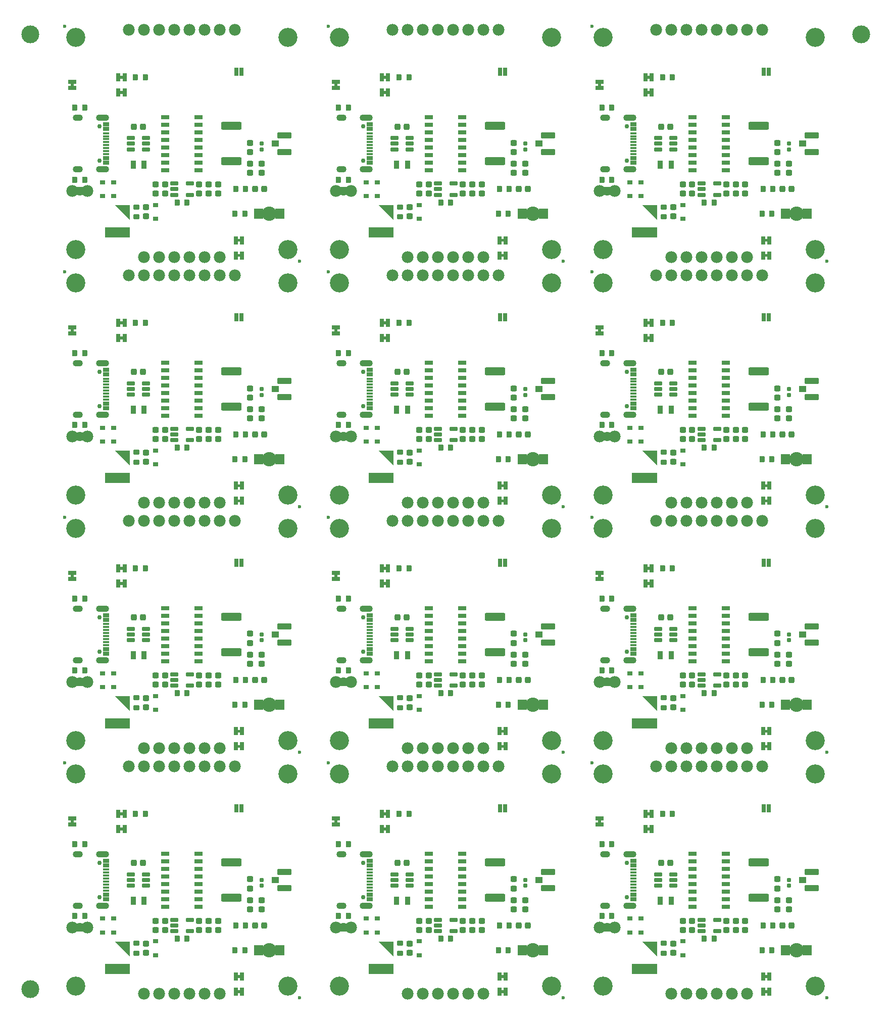
<source format=gts>
%TF.GenerationSoftware,KiCad,Pcbnew,9.0.1*%
%TF.CreationDate,2025-04-15T12:31:11-06:00*%
%TF.ProjectId,SparkFun_GNSS_DAN-F10N_panelized,53706172-6b46-4756-9e5f-474e53535f44,rev?*%
%TF.SameCoordinates,Original*%
%TF.FileFunction,Soldermask,Top*%
%TF.FilePolarity,Negative*%
%FSLAX46Y46*%
G04 Gerber Fmt 4.6, Leading zero omitted, Abs format (unit mm)*
G04 Created by KiCad (PCBNEW 9.0.1) date 2025-04-15 12:31:11*
%MOMM*%
%LPD*%
G01*
G04 APERTURE LIST*
G04 Aperture macros list*
%AMRoundRect*
0 Rectangle with rounded corners*
0 $1 Rounding radius*
0 $2 $3 $4 $5 $6 $7 $8 $9 X,Y pos of 4 corners*
0 Add a 4 corners polygon primitive as box body*
4,1,4,$2,$3,$4,$5,$6,$7,$8,$9,$2,$3,0*
0 Add four circle primitives for the rounded corners*
1,1,$1+$1,$2,$3*
1,1,$1+$1,$4,$5*
1,1,$1+$1,$6,$7*
1,1,$1+$1,$8,$9*
0 Add four rect primitives between the rounded corners*
20,1,$1+$1,$2,$3,$4,$5,0*
20,1,$1+$1,$4,$5,$6,$7,0*
20,1,$1+$1,$6,$7,$8,$9,0*
20,1,$1+$1,$8,$9,$2,$3,0*%
G04 Aperture macros list end*
%ADD10C,0.000000*%
%ADD11C,3.000000*%
%ADD12C,3.200000*%
%ADD13RoundRect,0.225000X-0.300000X0.225000X-0.300000X-0.225000X0.300000X-0.225000X0.300000X0.225000X0*%
%ADD14C,2.400000*%
%ADD15RoundRect,0.050000X-0.750000X-0.800000X0.750000X-0.800000X0.750000X0.800000X-0.750000X0.800000X0*%
%ADD16RoundRect,0.050000X0.415000X-0.315000X0.415000X0.315000X-0.415000X0.315000X-0.415000X-0.315000X0*%
%ADD17RoundRect,0.250000X-0.275000X0.250000X-0.275000X-0.250000X0.275000X-0.250000X0.275000X0.250000X0*%
%ADD18RoundRect,0.050000X0.600000X-0.275000X0.600000X0.275000X-0.600000X0.275000X-0.600000X-0.275000X0*%
%ADD19C,1.979600*%
%ADD20RoundRect,0.050000X-0.317500X-0.635000X0.317500X-0.635000X0.317500X0.635000X-0.317500X0.635000X0*%
%ADD21RoundRect,0.050000X0.525000X0.500000X-0.525000X0.500000X-0.525000X-0.500000X0.525000X-0.500000X0*%
%ADD22RoundRect,0.050000X1.100000X0.425000X-1.100000X0.425000X-1.100000X-0.425000X1.100000X-0.425000X0*%
%ADD23RoundRect,0.050000X0.330200X0.635000X-0.330200X0.635000X-0.330200X-0.635000X0.330200X-0.635000X0*%
%ADD24RoundRect,0.050000X0.317500X0.635000X-0.317500X0.635000X-0.317500X-0.635000X0.317500X-0.635000X0*%
%ADD25RoundRect,0.250000X0.275000X-0.250000X0.275000X0.250000X-0.275000X0.250000X-0.275000X-0.250000X0*%
%ADD26RoundRect,0.250000X-0.250000X-0.275000X0.250000X-0.275000X0.250000X0.275000X-0.250000X0.275000X0*%
%ADD27RoundRect,0.050000X-0.600000X0.300000X-0.600000X-0.300000X0.600000X-0.300000X0.600000X0.300000X0*%
%ADD28RoundRect,0.225000X0.225000X0.300000X-0.225000X0.300000X-0.225000X-0.300000X0.225000X-0.300000X0*%
%ADD29RoundRect,0.270409X-1.454591X0.392091X-1.454591X-0.392091X1.454591X-0.392091X1.454591X0.392091X0*%
%ADD30RoundRect,0.050000X0.400000X0.600000X-0.400000X0.600000X-0.400000X-0.600000X0.400000X-0.600000X0*%
%ADD31RoundRect,0.050000X-0.600000X0.275000X-0.600000X-0.275000X0.600000X-0.275000X0.600000X0.275000X0*%
%ADD32RoundRect,0.225000X-0.225000X-0.300000X0.225000X-0.300000X0.225000X0.300000X-0.225000X0.300000X0*%
%ADD33RoundRect,0.165000X0.195000X-0.165000X0.195000X0.165000X-0.195000X0.165000X-0.195000X-0.165000X0*%
%ADD34C,0.600000*%
%ADD35RoundRect,0.243750X0.243750X0.281250X-0.243750X0.281250X-0.243750X-0.281250X0.243750X-0.281250X0*%
%ADD36RoundRect,0.050000X-0.415000X0.315000X-0.415000X-0.315000X0.415000X-0.315000X0.415000X0.315000X0*%
%ADD37RoundRect,0.050000X-0.635000X0.330200X-0.635000X-0.330200X0.635000X-0.330200X0.635000X0.330200X0*%
%ADD38C,0.750000*%
%ADD39RoundRect,0.050000X0.500000X-0.150000X0.500000X0.150000X-0.500000X0.150000X-0.500000X-0.150000X0*%
%ADD40RoundRect,0.050000X-0.500000X0.150000X-0.500000X-0.150000X0.500000X-0.150000X0.500000X0.150000X0*%
%ADD41RoundRect,0.050000X0.500000X-0.300000X0.500000X0.300000X-0.500000X0.300000X-0.500000X-0.300000X0*%
%ADD42RoundRect,0.050000X-0.500000X0.300000X-0.500000X-0.300000X0.500000X-0.300000X0.500000X0.300000X0*%
%ADD43O,1.700000X1.100000*%
%ADD44O,2.200000X1.100000*%
%ADD45RoundRect,0.050000X-0.330200X-0.635000X0.330200X-0.635000X0.330200X0.635000X-0.330200X0.635000X0*%
G04 APERTURE END LIST*
D10*
%TO.C,BT1*%
G36*
X99971000Y130942145D02*
G01*
X97485645Y133427500D01*
X99971000Y133427500D01*
X99971000Y130942145D01*
G37*
G36*
X99966000Y128022500D02*
G01*
X95766000Y128022500D01*
X95766000Y129722500D01*
X99966000Y129722500D01*
X99966000Y128022500D01*
G37*
G36*
X99971000Y89802145D02*
G01*
X97485645Y92287500D01*
X99971000Y92287500D01*
X99971000Y89802145D01*
G37*
G36*
X99966000Y86882500D02*
G01*
X95766000Y86882500D01*
X95766000Y88582500D01*
X99966000Y88582500D01*
X99966000Y86882500D01*
G37*
G36*
X99971000Y48662145D02*
G01*
X97485645Y51147500D01*
X99971000Y51147500D01*
X99971000Y48662145D01*
G37*
G36*
X99966000Y45742500D02*
G01*
X95766000Y45742500D01*
X95766000Y47442500D01*
X99966000Y47442500D01*
X99966000Y45742500D01*
G37*
G36*
X99971000Y7522145D02*
G01*
X97485645Y10007500D01*
X99971000Y10007500D01*
X99971000Y7522145D01*
G37*
G36*
X99966000Y4602500D02*
G01*
X95766000Y4602500D01*
X95766000Y6302500D01*
X99966000Y6302500D01*
X99966000Y4602500D01*
G37*
G36*
X55783000Y130942145D02*
G01*
X53297645Y133427500D01*
X55783000Y133427500D01*
X55783000Y130942145D01*
G37*
G36*
X55778000Y128022500D02*
G01*
X51578000Y128022500D01*
X51578000Y129722500D01*
X55778000Y129722500D01*
X55778000Y128022500D01*
G37*
G36*
X55783000Y89802145D02*
G01*
X53297645Y92287500D01*
X55783000Y92287500D01*
X55783000Y89802145D01*
G37*
G36*
X55778000Y86882500D02*
G01*
X51578000Y86882500D01*
X51578000Y88582500D01*
X55778000Y88582500D01*
X55778000Y86882500D01*
G37*
G36*
X55783000Y48662145D02*
G01*
X53297645Y51147500D01*
X55783000Y51147500D01*
X55783000Y48662145D01*
G37*
G36*
X55778000Y45742500D02*
G01*
X51578000Y45742500D01*
X51578000Y47442500D01*
X55778000Y47442500D01*
X55778000Y45742500D01*
G37*
G36*
X55783000Y7522145D02*
G01*
X53297645Y10007500D01*
X55783000Y10007500D01*
X55783000Y7522145D01*
G37*
G36*
X55778000Y4602500D02*
G01*
X51578000Y4602500D01*
X51578000Y6302500D01*
X55778000Y6302500D01*
X55778000Y4602500D01*
G37*
G36*
X11595000Y130942145D02*
G01*
X9109645Y133427500D01*
X11595000Y133427500D01*
X11595000Y130942145D01*
G37*
G36*
X11590000Y128022500D02*
G01*
X7390000Y128022500D01*
X7390000Y129722500D01*
X11590000Y129722500D01*
X11590000Y128022500D01*
G37*
G36*
X11595000Y89802145D02*
G01*
X9109645Y92287500D01*
X11595000Y92287500D01*
X11595000Y89802145D01*
G37*
G36*
X11590000Y86882500D02*
G01*
X7390000Y86882500D01*
X7390000Y88582500D01*
X11590000Y88582500D01*
X11590000Y86882500D01*
G37*
G36*
X11595000Y48662145D02*
G01*
X9109645Y51147500D01*
X11595000Y51147500D01*
X11595000Y48662145D01*
G37*
G36*
X11590000Y45742500D02*
G01*
X7390000Y45742500D01*
X7390000Y47442500D01*
X11590000Y47442500D01*
X11590000Y45742500D01*
G37*
%TO.C,JP11*%
G36*
X91805000Y135078600D02*
G01*
X91297000Y135078600D01*
X91297000Y136526400D01*
X91805000Y136526400D01*
X91805000Y135078600D01*
G37*
G36*
X91805000Y93938600D02*
G01*
X91297000Y93938600D01*
X91297000Y95386400D01*
X91805000Y95386400D01*
X91805000Y93938600D01*
G37*
G36*
X91805000Y52798600D02*
G01*
X91297000Y52798600D01*
X91297000Y54246400D01*
X91805000Y54246400D01*
X91805000Y52798600D01*
G37*
G36*
X91805000Y11658600D02*
G01*
X91297000Y11658600D01*
X91297000Y13106400D01*
X91805000Y13106400D01*
X91805000Y11658600D01*
G37*
G36*
X47617000Y135078600D02*
G01*
X47109000Y135078600D01*
X47109000Y136526400D01*
X47617000Y136526400D01*
X47617000Y135078600D01*
G37*
G36*
X47617000Y93938600D02*
G01*
X47109000Y93938600D01*
X47109000Y95386400D01*
X47617000Y95386400D01*
X47617000Y93938600D01*
G37*
G36*
X47617000Y52798600D02*
G01*
X47109000Y52798600D01*
X47109000Y54246400D01*
X47617000Y54246400D01*
X47617000Y52798600D01*
G37*
G36*
X47617000Y11658600D02*
G01*
X47109000Y11658600D01*
X47109000Y13106400D01*
X47617000Y13106400D01*
X47617000Y11658600D01*
G37*
G36*
X3429000Y135078600D02*
G01*
X2921000Y135078600D01*
X2921000Y136526400D01*
X3429000Y136526400D01*
X3429000Y135078600D01*
G37*
G36*
X3429000Y93938600D02*
G01*
X2921000Y93938600D01*
X2921000Y95386400D01*
X3429000Y95386400D01*
X3429000Y93938600D01*
G37*
G36*
X3429000Y52798600D02*
G01*
X2921000Y52798600D01*
X2921000Y54246400D01*
X3429000Y54246400D01*
X3429000Y52798600D01*
G37*
%TO.C,JP2*%
G36*
X118475000Y127307000D02*
G01*
X117967000Y127307000D01*
X117967000Y127788000D01*
X118475000Y127788000D01*
X118475000Y127307000D01*
G37*
G36*
X118475000Y86167000D02*
G01*
X117967000Y86167000D01*
X117967000Y86648000D01*
X118475000Y86648000D01*
X118475000Y86167000D01*
G37*
G36*
X118475000Y45027000D02*
G01*
X117967000Y45027000D01*
X117967000Y45508000D01*
X118475000Y45508000D01*
X118475000Y45027000D01*
G37*
G36*
X118475000Y3887000D02*
G01*
X117967000Y3887000D01*
X117967000Y4368000D01*
X118475000Y4368000D01*
X118475000Y3887000D01*
G37*
G36*
X74287000Y127307000D02*
G01*
X73779000Y127307000D01*
X73779000Y127788000D01*
X74287000Y127788000D01*
X74287000Y127307000D01*
G37*
G36*
X74287000Y86167000D02*
G01*
X73779000Y86167000D01*
X73779000Y86648000D01*
X74287000Y86648000D01*
X74287000Y86167000D01*
G37*
G36*
X74287000Y45027000D02*
G01*
X73779000Y45027000D01*
X73779000Y45508000D01*
X74287000Y45508000D01*
X74287000Y45027000D01*
G37*
G36*
X74287000Y3887000D02*
G01*
X73779000Y3887000D01*
X73779000Y4368000D01*
X74287000Y4368000D01*
X74287000Y3887000D01*
G37*
G36*
X30099000Y127307000D02*
G01*
X29591000Y127307000D01*
X29591000Y127788000D01*
X30099000Y127788000D01*
X30099000Y127307000D01*
G37*
G36*
X30099000Y86167000D02*
G01*
X29591000Y86167000D01*
X29591000Y86648000D01*
X30099000Y86648000D01*
X30099000Y86167000D01*
G37*
G36*
X30099000Y45027000D02*
G01*
X29591000Y45027000D01*
X29591000Y45508000D01*
X30099000Y45508000D01*
X30099000Y45027000D01*
G37*
%TO.C,JP10*%
G36*
X98790000Y152072000D02*
G01*
X98282000Y152072000D01*
X98282000Y152553000D01*
X98790000Y152553000D01*
X98790000Y152072000D01*
G37*
G36*
X98790000Y110932000D02*
G01*
X98282000Y110932000D01*
X98282000Y111413000D01*
X98790000Y111413000D01*
X98790000Y110932000D01*
G37*
G36*
X98790000Y69792000D02*
G01*
X98282000Y69792000D01*
X98282000Y70273000D01*
X98790000Y70273000D01*
X98790000Y69792000D01*
G37*
G36*
X98790000Y28652000D02*
G01*
X98282000Y28652000D01*
X98282000Y29133000D01*
X98790000Y29133000D01*
X98790000Y28652000D01*
G37*
G36*
X54602000Y152072000D02*
G01*
X54094000Y152072000D01*
X54094000Y152553000D01*
X54602000Y152553000D01*
X54602000Y152072000D01*
G37*
G36*
X54602000Y110932000D02*
G01*
X54094000Y110932000D01*
X54094000Y111413000D01*
X54602000Y111413000D01*
X54602000Y110932000D01*
G37*
G36*
X54602000Y69792000D02*
G01*
X54094000Y69792000D01*
X54094000Y70273000D01*
X54602000Y70273000D01*
X54602000Y69792000D01*
G37*
G36*
X54602000Y28652000D02*
G01*
X54094000Y28652000D01*
X54094000Y29133000D01*
X54602000Y29133000D01*
X54602000Y28652000D01*
G37*
G36*
X10414000Y152072000D02*
G01*
X9906000Y152072000D01*
X9906000Y152553000D01*
X10414000Y152553000D01*
X10414000Y152072000D01*
G37*
G36*
X10414000Y110932000D02*
G01*
X9906000Y110932000D01*
X9906000Y111413000D01*
X10414000Y111413000D01*
X10414000Y110932000D01*
G37*
G36*
X10414000Y69792000D02*
G01*
X9906000Y69792000D01*
X9906000Y70273000D01*
X10414000Y70273000D01*
X10414000Y69792000D01*
G37*
%TO.C,JP7*%
G36*
X90521500Y153328500D02*
G01*
X90040500Y153328500D01*
X90040500Y153836500D01*
X90521500Y153836500D01*
X90521500Y153328500D01*
G37*
G36*
X90521500Y112188500D02*
G01*
X90040500Y112188500D01*
X90040500Y112696500D01*
X90521500Y112696500D01*
X90521500Y112188500D01*
G37*
G36*
X90521500Y71048500D02*
G01*
X90040500Y71048500D01*
X90040500Y71556500D01*
X90521500Y71556500D01*
X90521500Y71048500D01*
G37*
G36*
X90521500Y29908500D02*
G01*
X90040500Y29908500D01*
X90040500Y30416500D01*
X90521500Y30416500D01*
X90521500Y29908500D01*
G37*
G36*
X46333500Y153328500D02*
G01*
X45852500Y153328500D01*
X45852500Y153836500D01*
X46333500Y153836500D01*
X46333500Y153328500D01*
G37*
G36*
X46333500Y112188500D02*
G01*
X45852500Y112188500D01*
X45852500Y112696500D01*
X46333500Y112696500D01*
X46333500Y112188500D01*
G37*
G36*
X46333500Y71048500D02*
G01*
X45852500Y71048500D01*
X45852500Y71556500D01*
X46333500Y71556500D01*
X46333500Y71048500D01*
G37*
G36*
X46333500Y29908500D02*
G01*
X45852500Y29908500D01*
X45852500Y30416500D01*
X46333500Y30416500D01*
X46333500Y29908500D01*
G37*
G36*
X2145500Y153328500D02*
G01*
X1664500Y153328500D01*
X1664500Y153836500D01*
X2145500Y153836500D01*
X2145500Y153328500D01*
G37*
G36*
X2145500Y112188500D02*
G01*
X1664500Y112188500D01*
X1664500Y112696500D01*
X2145500Y112696500D01*
X2145500Y112188500D01*
G37*
G36*
X2145500Y71048500D02*
G01*
X1664500Y71048500D01*
X1664500Y71556500D01*
X2145500Y71556500D01*
X2145500Y71048500D01*
G37*
%TO.C,JP3*%
G36*
X118475000Y124767000D02*
G01*
X117967000Y124767000D01*
X117967000Y125248000D01*
X118475000Y125248000D01*
X118475000Y124767000D01*
G37*
G36*
X118475000Y83627000D02*
G01*
X117967000Y83627000D01*
X117967000Y84108000D01*
X118475000Y84108000D01*
X118475000Y83627000D01*
G37*
G36*
X118475000Y42487000D02*
G01*
X117967000Y42487000D01*
X117967000Y42968000D01*
X118475000Y42968000D01*
X118475000Y42487000D01*
G37*
G36*
X118475000Y1347000D02*
G01*
X117967000Y1347000D01*
X117967000Y1828000D01*
X118475000Y1828000D01*
X118475000Y1347000D01*
G37*
G36*
X74287000Y124767000D02*
G01*
X73779000Y124767000D01*
X73779000Y125248000D01*
X74287000Y125248000D01*
X74287000Y124767000D01*
G37*
G36*
X74287000Y83627000D02*
G01*
X73779000Y83627000D01*
X73779000Y84108000D01*
X74287000Y84108000D01*
X74287000Y83627000D01*
G37*
G36*
X74287000Y42487000D02*
G01*
X73779000Y42487000D01*
X73779000Y42968000D01*
X74287000Y42968000D01*
X74287000Y42487000D01*
G37*
G36*
X74287000Y1347000D02*
G01*
X73779000Y1347000D01*
X73779000Y1828000D01*
X74287000Y1828000D01*
X74287000Y1347000D01*
G37*
G36*
X30099000Y124767000D02*
G01*
X29591000Y124767000D01*
X29591000Y125248000D01*
X30099000Y125248000D01*
X30099000Y124767000D01*
G37*
G36*
X30099000Y83627000D02*
G01*
X29591000Y83627000D01*
X29591000Y84108000D01*
X30099000Y84108000D01*
X30099000Y83627000D01*
G37*
G36*
X30099000Y42487000D02*
G01*
X29591000Y42487000D01*
X29591000Y42968000D01*
X30099000Y42968000D01*
X30099000Y42487000D01*
G37*
%TO.C,JP9*%
G36*
X98790000Y154612000D02*
G01*
X98282000Y154612000D01*
X98282000Y155093000D01*
X98790000Y155093000D01*
X98790000Y154612000D01*
G37*
G36*
X98790000Y113472000D02*
G01*
X98282000Y113472000D01*
X98282000Y113953000D01*
X98790000Y113953000D01*
X98790000Y113472000D01*
G37*
G36*
X98790000Y72332000D02*
G01*
X98282000Y72332000D01*
X98282000Y72813000D01*
X98790000Y72813000D01*
X98790000Y72332000D01*
G37*
G36*
X98790000Y31192000D02*
G01*
X98282000Y31192000D01*
X98282000Y31673000D01*
X98790000Y31673000D01*
X98790000Y31192000D01*
G37*
G36*
X54602000Y154612000D02*
G01*
X54094000Y154612000D01*
X54094000Y155093000D01*
X54602000Y155093000D01*
X54602000Y154612000D01*
G37*
G36*
X54602000Y113472000D02*
G01*
X54094000Y113472000D01*
X54094000Y113953000D01*
X54602000Y113953000D01*
X54602000Y113472000D01*
G37*
G36*
X54602000Y72332000D02*
G01*
X54094000Y72332000D01*
X54094000Y72813000D01*
X54602000Y72813000D01*
X54602000Y72332000D01*
G37*
G36*
X54602000Y31192000D02*
G01*
X54094000Y31192000D01*
X54094000Y31673000D01*
X54602000Y31673000D01*
X54602000Y31192000D01*
G37*
G36*
X10414000Y154612000D02*
G01*
X9906000Y154612000D01*
X9906000Y155093000D01*
X10414000Y155093000D01*
X10414000Y154612000D01*
G37*
G36*
X10414000Y113472000D02*
G01*
X9906000Y113472000D01*
X9906000Y113953000D01*
X10414000Y113953000D01*
X10414000Y113472000D01*
G37*
G36*
X10414000Y72332000D02*
G01*
X9906000Y72332000D01*
X9906000Y72813000D01*
X10414000Y72813000D01*
X10414000Y72332000D01*
G37*
G36*
X10414000Y31192000D02*
G01*
X9906000Y31192000D01*
X9906000Y31673000D01*
X10414000Y31673000D01*
X10414000Y31192000D01*
G37*
%TO.C,JP3*%
G36*
X30099000Y1347000D02*
G01*
X29591000Y1347000D01*
X29591000Y1828000D01*
X30099000Y1828000D01*
X30099000Y1347000D01*
G37*
%TO.C,JP7*%
G36*
X2145500Y29908500D02*
G01*
X1664500Y29908500D01*
X1664500Y30416500D01*
X2145500Y30416500D01*
X2145500Y29908500D01*
G37*
%TO.C,JP10*%
G36*
X10414000Y28652000D02*
G01*
X9906000Y28652000D01*
X9906000Y29133000D01*
X10414000Y29133000D01*
X10414000Y28652000D01*
G37*
%TO.C,JP2*%
G36*
X30099000Y3887000D02*
G01*
X29591000Y3887000D01*
X29591000Y4368000D01*
X30099000Y4368000D01*
X30099000Y3887000D01*
G37*
%TO.C,JP11*%
G36*
X3429000Y11658600D02*
G01*
X2921000Y11658600D01*
X2921000Y13106400D01*
X3429000Y13106400D01*
X3429000Y11658600D01*
G37*
%TO.C,BT1*%
G36*
X11595000Y7522145D02*
G01*
X9109645Y10007500D01*
X11595000Y10007500D01*
X11595000Y7522145D01*
G37*
G36*
X11590000Y4602500D02*
G01*
X7390000Y4602500D01*
X7390000Y6302500D01*
X11590000Y6302500D01*
X11590000Y4602500D01*
G37*
%TD*%
D11*
%TO.C,*%
X134151500Y162060000D03*
%TD*%
%TO.C,*%
X-5135500Y162060000D03*
%TD*%
%TO.C,*%
X-5135500Y2000000D03*
%TD*%
D12*
%TO.C,ST4*%
X90916000Y125960000D03*
%TD*%
%TO.C,ST4*%
X90916000Y84820000D03*
%TD*%
%TO.C,ST4*%
X90916000Y43680000D03*
%TD*%
%TO.C,ST4*%
X90916000Y2540000D03*
%TD*%
%TO.C,ST4*%
X46728000Y125960000D03*
%TD*%
%TO.C,ST4*%
X46728000Y84820000D03*
%TD*%
%TO.C,ST4*%
X46728000Y43680000D03*
%TD*%
%TO.C,ST4*%
X46728000Y2540000D03*
%TD*%
%TO.C,ST4*%
X2540000Y125960000D03*
%TD*%
%TO.C,ST4*%
X2540000Y84820000D03*
%TD*%
%TO.C,ST4*%
X2540000Y43680000D03*
%TD*%
D13*
%TO.C,R7*%
X101076000Y133135000D03*
X101076000Y131485000D03*
%TD*%
%TO.C,R7*%
X101076000Y91995000D03*
X101076000Y90345000D03*
%TD*%
%TO.C,R7*%
X101076000Y50855000D03*
X101076000Y49205000D03*
%TD*%
%TO.C,R7*%
X101076000Y9715000D03*
X101076000Y8065000D03*
%TD*%
%TO.C,R7*%
X56888000Y133135000D03*
X56888000Y131485000D03*
%TD*%
%TO.C,R7*%
X56888000Y91995000D03*
X56888000Y90345000D03*
%TD*%
%TO.C,R7*%
X56888000Y50855000D03*
X56888000Y49205000D03*
%TD*%
%TO.C,R7*%
X56888000Y9715000D03*
X56888000Y8065000D03*
%TD*%
%TO.C,R7*%
X12700000Y133135000D03*
X12700000Y131485000D03*
%TD*%
%TO.C,R7*%
X12700000Y91995000D03*
X12700000Y90345000D03*
%TD*%
%TO.C,R7*%
X12700000Y50855000D03*
X12700000Y49205000D03*
%TD*%
D14*
%TO.C,D6*%
X123301000Y131992500D03*
D15*
X125101000Y131992500D03*
X121501000Y131992500D03*
%TD*%
D14*
%TO.C,D6*%
X123301000Y90852500D03*
D15*
X125101000Y90852500D03*
X121501000Y90852500D03*
%TD*%
D14*
%TO.C,D6*%
X123301000Y49712500D03*
D15*
X125101000Y49712500D03*
X121501000Y49712500D03*
%TD*%
D14*
%TO.C,D6*%
X123301000Y8572500D03*
D15*
X125101000Y8572500D03*
X121501000Y8572500D03*
%TD*%
D14*
%TO.C,D6*%
X79113000Y131992500D03*
D15*
X80913000Y131992500D03*
X77313000Y131992500D03*
%TD*%
D14*
%TO.C,D6*%
X79113000Y90852500D03*
D15*
X80913000Y90852500D03*
X77313000Y90852500D03*
%TD*%
D14*
%TO.C,D6*%
X79113000Y49712500D03*
D15*
X80913000Y49712500D03*
X77313000Y49712500D03*
%TD*%
D14*
%TO.C,D6*%
X79113000Y8572500D03*
D15*
X80913000Y8572500D03*
X77313000Y8572500D03*
%TD*%
D14*
%TO.C,D6*%
X34925000Y131992500D03*
D15*
X36725000Y131992500D03*
X33125000Y131992500D03*
%TD*%
D14*
%TO.C,D6*%
X34925000Y90852500D03*
D15*
X36725000Y90852500D03*
X33125000Y90852500D03*
%TD*%
D14*
%TO.C,D6*%
X34925000Y49712500D03*
D15*
X36725000Y49712500D03*
X33125000Y49712500D03*
%TD*%
D12*
%TO.C,ST3*%
X90916000Y161520000D03*
%TD*%
%TO.C,ST3*%
X90916000Y120380000D03*
%TD*%
%TO.C,ST3*%
X90916000Y79240000D03*
%TD*%
%TO.C,ST3*%
X90916000Y38100000D03*
%TD*%
%TO.C,ST3*%
X46728000Y161520000D03*
%TD*%
%TO.C,ST3*%
X46728000Y120380000D03*
%TD*%
%TO.C,ST3*%
X46728000Y79240000D03*
%TD*%
%TO.C,ST3*%
X46728000Y38100000D03*
%TD*%
%TO.C,ST3*%
X2540000Y161520000D03*
%TD*%
%TO.C,ST3*%
X2540000Y120380000D03*
%TD*%
%TO.C,ST3*%
X2540000Y79240000D03*
%TD*%
D16*
%TO.C,D3*%
X95361000Y134970000D03*
X95361000Y137270000D03*
%TD*%
%TO.C,D3*%
X95361000Y93830000D03*
X95361000Y96130000D03*
%TD*%
%TO.C,D3*%
X95361000Y52690000D03*
X95361000Y54990000D03*
%TD*%
%TO.C,D3*%
X95361000Y11550000D03*
X95361000Y13850000D03*
%TD*%
%TO.C,D3*%
X51173000Y134970000D03*
X51173000Y137270000D03*
%TD*%
%TO.C,D3*%
X51173000Y93830000D03*
X51173000Y96130000D03*
%TD*%
%TO.C,D3*%
X51173000Y52690000D03*
X51173000Y54990000D03*
%TD*%
%TO.C,D3*%
X51173000Y11550000D03*
X51173000Y13850000D03*
%TD*%
%TO.C,D3*%
X6985000Y134970000D03*
X6985000Y137270000D03*
%TD*%
%TO.C,D3*%
X6985000Y93830000D03*
X6985000Y96130000D03*
%TD*%
%TO.C,D3*%
X6985000Y52690000D03*
X6985000Y54990000D03*
%TD*%
D17*
%TO.C,C17*%
X114728500Y136895000D03*
X114728500Y135345000D03*
%TD*%
%TO.C,C17*%
X114728500Y95755000D03*
X114728500Y94205000D03*
%TD*%
%TO.C,C17*%
X114728500Y54615000D03*
X114728500Y53065000D03*
%TD*%
%TO.C,C17*%
X114728500Y13475000D03*
X114728500Y11925000D03*
%TD*%
%TO.C,C17*%
X70540500Y136895000D03*
X70540500Y135345000D03*
%TD*%
%TO.C,C17*%
X70540500Y95755000D03*
X70540500Y94205000D03*
%TD*%
%TO.C,C17*%
X70540500Y54615000D03*
X70540500Y53065000D03*
%TD*%
%TO.C,C17*%
X70540500Y13475000D03*
X70540500Y11925000D03*
%TD*%
%TO.C,C17*%
X26352500Y136895000D03*
X26352500Y135345000D03*
%TD*%
%TO.C,C17*%
X26352500Y95755000D03*
X26352500Y94205000D03*
%TD*%
%TO.C,C17*%
X26352500Y54615000D03*
X26352500Y53065000D03*
%TD*%
D16*
%TO.C,D2*%
X97266000Y134970000D03*
X97266000Y137270000D03*
%TD*%
%TO.C,D2*%
X97266000Y93830000D03*
X97266000Y96130000D03*
%TD*%
%TO.C,D2*%
X97266000Y52690000D03*
X97266000Y54990000D03*
%TD*%
%TO.C,D2*%
X97266000Y11550000D03*
X97266000Y13850000D03*
%TD*%
%TO.C,D2*%
X53078000Y134970000D03*
X53078000Y137270000D03*
%TD*%
%TO.C,D2*%
X53078000Y93830000D03*
X53078000Y96130000D03*
%TD*%
%TO.C,D2*%
X53078000Y52690000D03*
X53078000Y54990000D03*
%TD*%
%TO.C,D2*%
X53078000Y11550000D03*
X53078000Y13850000D03*
%TD*%
%TO.C,D2*%
X8890000Y134970000D03*
X8890000Y137270000D03*
%TD*%
%TO.C,D2*%
X8890000Y93830000D03*
X8890000Y96130000D03*
%TD*%
%TO.C,D2*%
X8890000Y52690000D03*
X8890000Y54990000D03*
%TD*%
D17*
%TO.C,C14*%
X104251000Y136895000D03*
X104251000Y135345000D03*
%TD*%
%TO.C,C14*%
X104251000Y95755000D03*
X104251000Y94205000D03*
%TD*%
%TO.C,C14*%
X104251000Y54615000D03*
X104251000Y53065000D03*
%TD*%
%TO.C,C14*%
X104251000Y13475000D03*
X104251000Y11925000D03*
%TD*%
%TO.C,C14*%
X60063000Y136895000D03*
X60063000Y135345000D03*
%TD*%
%TO.C,C14*%
X60063000Y95755000D03*
X60063000Y94205000D03*
%TD*%
%TO.C,C14*%
X60063000Y54615000D03*
X60063000Y53065000D03*
%TD*%
%TO.C,C14*%
X60063000Y13475000D03*
X60063000Y11925000D03*
%TD*%
%TO.C,C14*%
X15875000Y136895000D03*
X15875000Y135345000D03*
%TD*%
%TO.C,C14*%
X15875000Y95755000D03*
X15875000Y94205000D03*
%TD*%
%TO.C,C14*%
X15875000Y54615000D03*
X15875000Y53065000D03*
%TD*%
D18*
%TO.C,U1*%
X102693600Y142790000D03*
X102693600Y143740000D03*
X102693600Y144690000D03*
X100093400Y144690000D03*
X100093500Y143740000D03*
X100093400Y142790000D03*
%TD*%
%TO.C,U1*%
X102693600Y101650000D03*
X102693600Y102600000D03*
X102693600Y103550000D03*
X100093400Y103550000D03*
X100093500Y102600000D03*
X100093400Y101650000D03*
%TD*%
%TO.C,U1*%
X102693600Y60510000D03*
X102693600Y61460000D03*
X102693600Y62410000D03*
X100093400Y62410000D03*
X100093500Y61460000D03*
X100093400Y60510000D03*
%TD*%
%TO.C,U1*%
X102693600Y19370000D03*
X102693600Y20320000D03*
X102693600Y21270000D03*
X100093400Y21270000D03*
X100093500Y20320000D03*
X100093400Y19370000D03*
%TD*%
%TO.C,U1*%
X58505600Y142790000D03*
X58505600Y143740000D03*
X58505600Y144690000D03*
X55905400Y144690000D03*
X55905500Y143740000D03*
X55905400Y142790000D03*
%TD*%
%TO.C,U1*%
X58505600Y101650000D03*
X58505600Y102600000D03*
X58505600Y103550000D03*
X55905400Y103550000D03*
X55905500Y102600000D03*
X55905400Y101650000D03*
%TD*%
%TO.C,U1*%
X58505600Y60510000D03*
X58505600Y61460000D03*
X58505600Y62410000D03*
X55905400Y62410000D03*
X55905500Y61460000D03*
X55905400Y60510000D03*
%TD*%
%TO.C,U1*%
X58505600Y19370000D03*
X58505600Y20320000D03*
X58505600Y21270000D03*
X55905400Y21270000D03*
X55905500Y20320000D03*
X55905400Y19370000D03*
%TD*%
%TO.C,U1*%
X14317600Y142790000D03*
X14317600Y143740000D03*
X14317600Y144690000D03*
X11717400Y144690000D03*
X11717500Y143740000D03*
X11717400Y142790000D03*
%TD*%
%TO.C,U1*%
X14317600Y101650000D03*
X14317600Y102600000D03*
X14317600Y103550000D03*
X11717400Y103550000D03*
X11717500Y102600000D03*
X11717400Y101650000D03*
%TD*%
%TO.C,U1*%
X14317600Y60510000D03*
X14317600Y61460000D03*
X14317600Y62410000D03*
X11717400Y62410000D03*
X11717500Y61460000D03*
X11717400Y60510000D03*
%TD*%
D19*
%TO.C,JP11*%
X90281000Y135802500D03*
D20*
X91043000Y135802500D03*
X92059000Y135802500D03*
D19*
X92821000Y135802500D03*
%TD*%
%TO.C,JP11*%
X90281000Y94662500D03*
D20*
X91043000Y94662500D03*
X92059000Y94662500D03*
D19*
X92821000Y94662500D03*
%TD*%
%TO.C,JP11*%
X90281000Y53522500D03*
D20*
X91043000Y53522500D03*
X92059000Y53522500D03*
D19*
X92821000Y53522500D03*
%TD*%
%TO.C,JP11*%
X90281000Y12382500D03*
D20*
X91043000Y12382500D03*
X92059000Y12382500D03*
D19*
X92821000Y12382500D03*
%TD*%
%TO.C,JP11*%
X46093000Y135802500D03*
D20*
X46855000Y135802500D03*
X47871000Y135802500D03*
D19*
X48633000Y135802500D03*
%TD*%
%TO.C,JP11*%
X46093000Y94662500D03*
D20*
X46855000Y94662500D03*
X47871000Y94662500D03*
D19*
X48633000Y94662500D03*
%TD*%
%TO.C,JP11*%
X46093000Y53522500D03*
D20*
X46855000Y53522500D03*
X47871000Y53522500D03*
D19*
X48633000Y53522500D03*
%TD*%
%TO.C,JP11*%
X46093000Y12382500D03*
D20*
X46855000Y12382500D03*
X47871000Y12382500D03*
D19*
X48633000Y12382500D03*
%TD*%
%TO.C,JP11*%
X1905000Y135802500D03*
D20*
X2667000Y135802500D03*
X3683000Y135802500D03*
D19*
X4445000Y135802500D03*
%TD*%
%TO.C,JP11*%
X1905000Y94662500D03*
D20*
X2667000Y94662500D03*
X3683000Y94662500D03*
D19*
X4445000Y94662500D03*
%TD*%
%TO.C,JP11*%
X1905000Y53522500D03*
D20*
X2667000Y53522500D03*
X3683000Y53522500D03*
D19*
X4445000Y53522500D03*
%TD*%
D21*
%TO.C,J4*%
X124316000Y143740000D03*
D22*
X125841000Y142365000D03*
X125841000Y145115000D03*
%TD*%
D21*
%TO.C,J4*%
X124316000Y102600000D03*
D22*
X125841000Y101225000D03*
X125841000Y103975000D03*
%TD*%
D21*
%TO.C,J4*%
X124316000Y61460000D03*
D22*
X125841000Y60085000D03*
X125841000Y62835000D03*
%TD*%
D21*
%TO.C,J4*%
X124316000Y20320000D03*
D22*
X125841000Y18945000D03*
X125841000Y21695000D03*
%TD*%
D21*
%TO.C,J4*%
X80128000Y143740000D03*
D22*
X81653000Y142365000D03*
X81653000Y145115000D03*
%TD*%
D21*
%TO.C,J4*%
X80128000Y102600000D03*
D22*
X81653000Y101225000D03*
X81653000Y103975000D03*
%TD*%
D21*
%TO.C,J4*%
X80128000Y61460000D03*
D22*
X81653000Y60085000D03*
X81653000Y62835000D03*
%TD*%
D21*
%TO.C,J4*%
X80128000Y20320000D03*
D22*
X81653000Y18945000D03*
X81653000Y21695000D03*
%TD*%
D21*
%TO.C,J4*%
X35940000Y143740000D03*
D22*
X37465000Y142365000D03*
X37465000Y145115000D03*
%TD*%
D21*
%TO.C,J4*%
X35940000Y102600000D03*
D22*
X37465000Y101225000D03*
X37465000Y103975000D03*
%TD*%
D21*
%TO.C,J4*%
X35940000Y61460000D03*
D22*
X37465000Y60085000D03*
X37465000Y62835000D03*
%TD*%
D23*
%TO.C,JP2*%
X118741700Y127547500D03*
X117700300Y127547500D03*
%TD*%
%TO.C,JP2*%
X118741700Y86407500D03*
X117700300Y86407500D03*
%TD*%
%TO.C,JP2*%
X118741700Y45267500D03*
X117700300Y45267500D03*
%TD*%
%TO.C,JP2*%
X118741700Y4127500D03*
X117700300Y4127500D03*
%TD*%
%TO.C,JP2*%
X74553700Y127547500D03*
X73512300Y127547500D03*
%TD*%
%TO.C,JP2*%
X74553700Y86407500D03*
X73512300Y86407500D03*
%TD*%
%TO.C,JP2*%
X74553700Y45267500D03*
X73512300Y45267500D03*
%TD*%
%TO.C,JP2*%
X74553700Y4127500D03*
X73512300Y4127500D03*
%TD*%
%TO.C,JP2*%
X30365700Y127547500D03*
X29324300Y127547500D03*
%TD*%
%TO.C,JP2*%
X30365700Y86407500D03*
X29324300Y86407500D03*
%TD*%
%TO.C,JP2*%
X30365700Y45267500D03*
X29324300Y45267500D03*
%TD*%
D24*
%TO.C,JP1*%
X118627400Y155805000D03*
X117814600Y155805000D03*
%TD*%
%TO.C,JP1*%
X118627400Y114665000D03*
X117814600Y114665000D03*
%TD*%
%TO.C,JP1*%
X118627400Y73525000D03*
X117814600Y73525000D03*
%TD*%
%TO.C,JP1*%
X118627400Y32385000D03*
X117814600Y32385000D03*
%TD*%
%TO.C,JP1*%
X74439400Y155805000D03*
X73626600Y155805000D03*
%TD*%
%TO.C,JP1*%
X74439400Y114665000D03*
X73626600Y114665000D03*
%TD*%
%TO.C,JP1*%
X74439400Y73525000D03*
X73626600Y73525000D03*
%TD*%
%TO.C,JP1*%
X74439400Y32385000D03*
X73626600Y32385000D03*
%TD*%
%TO.C,JP1*%
X30251400Y155805000D03*
X29438600Y155805000D03*
%TD*%
%TO.C,JP1*%
X30251400Y114665000D03*
X29438600Y114665000D03*
%TD*%
%TO.C,JP1*%
X30251400Y73525000D03*
X29438600Y73525000D03*
%TD*%
D25*
%TO.C,L1*%
X120126000Y142330000D03*
X120126000Y143880000D03*
%TD*%
%TO.C,L1*%
X120126000Y101190000D03*
X120126000Y102740000D03*
%TD*%
%TO.C,L1*%
X120126000Y60050000D03*
X120126000Y61600000D03*
%TD*%
%TO.C,L1*%
X120126000Y18910000D03*
X120126000Y20460000D03*
%TD*%
%TO.C,L1*%
X75938000Y142330000D03*
X75938000Y143880000D03*
%TD*%
%TO.C,L1*%
X75938000Y101190000D03*
X75938000Y102740000D03*
%TD*%
%TO.C,L1*%
X75938000Y60050000D03*
X75938000Y61600000D03*
%TD*%
%TO.C,L1*%
X75938000Y18910000D03*
X75938000Y20460000D03*
%TD*%
%TO.C,L1*%
X31750000Y142330000D03*
X31750000Y143880000D03*
%TD*%
%TO.C,L1*%
X31750000Y101190000D03*
X31750000Y102740000D03*
%TD*%
%TO.C,L1*%
X31750000Y60050000D03*
X31750000Y61600000D03*
%TD*%
D26*
%TO.C,C10*%
X100618500Y146597500D03*
X102168500Y146597500D03*
%TD*%
%TO.C,C10*%
X100618500Y105457500D03*
X102168500Y105457500D03*
%TD*%
%TO.C,C10*%
X100618500Y64317500D03*
X102168500Y64317500D03*
%TD*%
%TO.C,C10*%
X100618500Y23177500D03*
X102168500Y23177500D03*
%TD*%
%TO.C,C10*%
X56430500Y146597500D03*
X57980500Y146597500D03*
%TD*%
%TO.C,C10*%
X56430500Y105457500D03*
X57980500Y105457500D03*
%TD*%
%TO.C,C10*%
X56430500Y64317500D03*
X57980500Y64317500D03*
%TD*%
%TO.C,C10*%
X56430500Y23177500D03*
X57980500Y23177500D03*
%TD*%
%TO.C,C10*%
X12242500Y146597500D03*
X13792500Y146597500D03*
%TD*%
%TO.C,C10*%
X12242500Y105457500D03*
X13792500Y105457500D03*
%TD*%
%TO.C,C10*%
X12242500Y64317500D03*
X13792500Y64317500D03*
%TD*%
D27*
%TO.C,U4*%
X105896000Y148185000D03*
X105896000Y146915000D03*
X105896000Y145645000D03*
X105896000Y144375000D03*
X105896000Y143105000D03*
X105896000Y141835000D03*
X105896000Y140565000D03*
X105896000Y139295000D03*
X111496000Y139295000D03*
X111496000Y140565000D03*
X111496000Y141835000D03*
X111496000Y143105000D03*
X111496000Y144375000D03*
X111496000Y145645000D03*
X111496000Y146915000D03*
X111496000Y148185000D03*
%TD*%
%TO.C,U4*%
X105896000Y107045000D03*
X105896000Y105775000D03*
X105896000Y104505000D03*
X105896000Y103235000D03*
X105896000Y101965000D03*
X105896000Y100695000D03*
X105896000Y99425000D03*
X105896000Y98155000D03*
X111496000Y98155000D03*
X111496000Y99425000D03*
X111496000Y100695000D03*
X111496000Y101965000D03*
X111496000Y103235000D03*
X111496000Y104505000D03*
X111496000Y105775000D03*
X111496000Y107045000D03*
%TD*%
%TO.C,U4*%
X105896000Y65905000D03*
X105896000Y64635000D03*
X105896000Y63365000D03*
X105896000Y62095000D03*
X105896000Y60825000D03*
X105896000Y59555000D03*
X105896000Y58285000D03*
X105896000Y57015000D03*
X111496000Y57015000D03*
X111496000Y58285000D03*
X111496000Y59555000D03*
X111496000Y60825000D03*
X111496000Y62095000D03*
X111496000Y63365000D03*
X111496000Y64635000D03*
X111496000Y65905000D03*
%TD*%
%TO.C,U4*%
X105896000Y24765000D03*
X105896000Y23495000D03*
X105896000Y22225000D03*
X105896000Y20955000D03*
X105896000Y19685000D03*
X105896000Y18415000D03*
X105896000Y17145000D03*
X105896000Y15875000D03*
X111496000Y15875000D03*
X111496000Y17145000D03*
X111496000Y18415000D03*
X111496000Y19685000D03*
X111496000Y20955000D03*
X111496000Y22225000D03*
X111496000Y23495000D03*
X111496000Y24765000D03*
%TD*%
%TO.C,U4*%
X61708000Y148185000D03*
X61708000Y146915000D03*
X61708000Y145645000D03*
X61708000Y144375000D03*
X61708000Y143105000D03*
X61708000Y141835000D03*
X61708000Y140565000D03*
X61708000Y139295000D03*
X67308000Y139295000D03*
X67308000Y140565000D03*
X67308000Y141835000D03*
X67308000Y143105000D03*
X67308000Y144375000D03*
X67308000Y145645000D03*
X67308000Y146915000D03*
X67308000Y148185000D03*
%TD*%
%TO.C,U4*%
X61708000Y107045000D03*
X61708000Y105775000D03*
X61708000Y104505000D03*
X61708000Y103235000D03*
X61708000Y101965000D03*
X61708000Y100695000D03*
X61708000Y99425000D03*
X61708000Y98155000D03*
X67308000Y98155000D03*
X67308000Y99425000D03*
X67308000Y100695000D03*
X67308000Y101965000D03*
X67308000Y103235000D03*
X67308000Y104505000D03*
X67308000Y105775000D03*
X67308000Y107045000D03*
%TD*%
%TO.C,U4*%
X61708000Y65905000D03*
X61708000Y64635000D03*
X61708000Y63365000D03*
X61708000Y62095000D03*
X61708000Y60825000D03*
X61708000Y59555000D03*
X61708000Y58285000D03*
X61708000Y57015000D03*
X67308000Y57015000D03*
X67308000Y58285000D03*
X67308000Y59555000D03*
X67308000Y60825000D03*
X67308000Y62095000D03*
X67308000Y63365000D03*
X67308000Y64635000D03*
X67308000Y65905000D03*
%TD*%
%TO.C,U4*%
X61708000Y24765000D03*
X61708000Y23495000D03*
X61708000Y22225000D03*
X61708000Y20955000D03*
X61708000Y19685000D03*
X61708000Y18415000D03*
X61708000Y17145000D03*
X61708000Y15875000D03*
X67308000Y15875000D03*
X67308000Y17145000D03*
X67308000Y18415000D03*
X67308000Y19685000D03*
X67308000Y20955000D03*
X67308000Y22225000D03*
X67308000Y23495000D03*
X67308000Y24765000D03*
%TD*%
%TO.C,U4*%
X17520000Y148185000D03*
X17520000Y146915000D03*
X17520000Y145645000D03*
X17520000Y144375000D03*
X17520000Y143105000D03*
X17520000Y141835000D03*
X17520000Y140565000D03*
X17520000Y139295000D03*
X23120000Y139295000D03*
X23120000Y140565000D03*
X23120000Y141835000D03*
X23120000Y143105000D03*
X23120000Y144375000D03*
X23120000Y145645000D03*
X23120000Y146915000D03*
X23120000Y148185000D03*
%TD*%
%TO.C,U4*%
X17520000Y107045000D03*
X17520000Y105775000D03*
X17520000Y104505000D03*
X17520000Y103235000D03*
X17520000Y101965000D03*
X17520000Y100695000D03*
X17520000Y99425000D03*
X17520000Y98155000D03*
X23120000Y98155000D03*
X23120000Y99425000D03*
X23120000Y100695000D03*
X23120000Y101965000D03*
X23120000Y103235000D03*
X23120000Y104505000D03*
X23120000Y105775000D03*
X23120000Y107045000D03*
%TD*%
%TO.C,U4*%
X17520000Y65905000D03*
X17520000Y64635000D03*
X17520000Y63365000D03*
X17520000Y62095000D03*
X17520000Y60825000D03*
X17520000Y59555000D03*
X17520000Y58285000D03*
X17520000Y57015000D03*
X23120000Y57015000D03*
X23120000Y58285000D03*
X23120000Y59555000D03*
X23120000Y60825000D03*
X23120000Y62095000D03*
X23120000Y63365000D03*
X23120000Y64635000D03*
X23120000Y65905000D03*
%TD*%
D28*
%TO.C,R3*%
X102536000Y154852500D03*
X100886000Y154852500D03*
%TD*%
%TO.C,R3*%
X102536000Y113712500D03*
X100886000Y113712500D03*
%TD*%
%TO.C,R3*%
X102536000Y72572500D03*
X100886000Y72572500D03*
%TD*%
%TO.C,R3*%
X102536000Y31432500D03*
X100886000Y31432500D03*
%TD*%
%TO.C,R3*%
X58348000Y154852500D03*
X56698000Y154852500D03*
%TD*%
%TO.C,R3*%
X58348000Y113712500D03*
X56698000Y113712500D03*
%TD*%
%TO.C,R3*%
X58348000Y72572500D03*
X56698000Y72572500D03*
%TD*%
%TO.C,R3*%
X58348000Y31432500D03*
X56698000Y31432500D03*
%TD*%
%TO.C,R3*%
X14160000Y154852500D03*
X12510000Y154852500D03*
%TD*%
%TO.C,R3*%
X14160000Y113712500D03*
X12510000Y113712500D03*
%TD*%
%TO.C,R3*%
X14160000Y72572500D03*
X12510000Y72572500D03*
%TD*%
D17*
%TO.C,C7*%
X105838500Y136895000D03*
X105838500Y135345000D03*
%TD*%
%TO.C,C7*%
X105838500Y95755000D03*
X105838500Y94205000D03*
%TD*%
%TO.C,C7*%
X105838500Y54615000D03*
X105838500Y53065000D03*
%TD*%
%TO.C,C7*%
X105838500Y13475000D03*
X105838500Y11925000D03*
%TD*%
%TO.C,C7*%
X61650500Y136895000D03*
X61650500Y135345000D03*
%TD*%
%TO.C,C7*%
X61650500Y95755000D03*
X61650500Y94205000D03*
%TD*%
%TO.C,C7*%
X61650500Y54615000D03*
X61650500Y53065000D03*
%TD*%
%TO.C,C7*%
X61650500Y13475000D03*
X61650500Y11925000D03*
%TD*%
%TO.C,C7*%
X17462500Y136895000D03*
X17462500Y135345000D03*
%TD*%
%TO.C,C7*%
X17462500Y95755000D03*
X17462500Y94205000D03*
%TD*%
%TO.C,C7*%
X17462500Y54615000D03*
X17462500Y53065000D03*
%TD*%
D29*
%TO.C,R6*%
X116951000Y146702500D03*
X116951000Y140777500D03*
%TD*%
%TO.C,R6*%
X116951000Y105562500D03*
X116951000Y99637500D03*
%TD*%
%TO.C,R6*%
X116951000Y64422500D03*
X116951000Y58497500D03*
%TD*%
%TO.C,R6*%
X116951000Y23282500D03*
X116951000Y17357500D03*
%TD*%
%TO.C,R6*%
X72763000Y146702500D03*
X72763000Y140777500D03*
%TD*%
%TO.C,R6*%
X72763000Y105562500D03*
X72763000Y99637500D03*
%TD*%
%TO.C,R6*%
X72763000Y64422500D03*
X72763000Y58497500D03*
%TD*%
%TO.C,R6*%
X72763000Y23282500D03*
X72763000Y17357500D03*
%TD*%
%TO.C,R6*%
X28575000Y146702500D03*
X28575000Y140777500D03*
%TD*%
%TO.C,R6*%
X28575000Y105562500D03*
X28575000Y99637500D03*
%TD*%
%TO.C,R6*%
X28575000Y64422500D03*
X28575000Y58497500D03*
%TD*%
D30*
%TO.C,F1*%
X102293500Y140247500D03*
X100493500Y140247500D03*
%TD*%
%TO.C,F1*%
X102293500Y99107500D03*
X100493500Y99107500D03*
%TD*%
%TO.C,F1*%
X102293500Y57967500D03*
X100493500Y57967500D03*
%TD*%
%TO.C,F1*%
X102293500Y16827500D03*
X100493500Y16827500D03*
%TD*%
%TO.C,F1*%
X58105500Y140247500D03*
X56305500Y140247500D03*
%TD*%
%TO.C,F1*%
X58105500Y99107500D03*
X56305500Y99107500D03*
%TD*%
%TO.C,F1*%
X58105500Y57967500D03*
X56305500Y57967500D03*
%TD*%
%TO.C,F1*%
X58105500Y16827500D03*
X56305500Y16827500D03*
%TD*%
%TO.C,F1*%
X13917500Y140247500D03*
X12117500Y140247500D03*
%TD*%
%TO.C,F1*%
X13917500Y99107500D03*
X12117500Y99107500D03*
%TD*%
%TO.C,F1*%
X13917500Y57967500D03*
X12117500Y57967500D03*
%TD*%
D23*
%TO.C,JP10*%
X99056700Y152312500D03*
X98015300Y152312500D03*
%TD*%
%TO.C,JP10*%
X99056700Y111172500D03*
X98015300Y111172500D03*
%TD*%
%TO.C,JP10*%
X99056700Y70032500D03*
X98015300Y70032500D03*
%TD*%
%TO.C,JP10*%
X99056700Y28892500D03*
X98015300Y28892500D03*
%TD*%
%TO.C,JP10*%
X54868700Y152312500D03*
X53827300Y152312500D03*
%TD*%
%TO.C,JP10*%
X54868700Y111172500D03*
X53827300Y111172500D03*
%TD*%
%TO.C,JP10*%
X54868700Y70032500D03*
X53827300Y70032500D03*
%TD*%
%TO.C,JP10*%
X54868700Y28892500D03*
X53827300Y28892500D03*
%TD*%
%TO.C,JP10*%
X10680700Y152312500D03*
X9639300Y152312500D03*
%TD*%
%TO.C,JP10*%
X10680700Y111172500D03*
X9639300Y111172500D03*
%TD*%
%TO.C,JP10*%
X10680700Y70032500D03*
X9639300Y70032500D03*
%TD*%
D31*
%TO.C,U3*%
X107395900Y137070000D03*
X107395900Y136120000D03*
X107395900Y135170000D03*
X109996100Y135170000D03*
X109996100Y137070000D03*
%TD*%
%TO.C,U3*%
X107395900Y95930000D03*
X107395900Y94980000D03*
X107395900Y94030000D03*
X109996100Y94030000D03*
X109996100Y95930000D03*
%TD*%
%TO.C,U3*%
X107395900Y54790000D03*
X107395900Y53840000D03*
X107395900Y52890000D03*
X109996100Y52890000D03*
X109996100Y54790000D03*
%TD*%
%TO.C,U3*%
X107395900Y13650000D03*
X107395900Y12700000D03*
X107395900Y11750000D03*
X109996100Y11750000D03*
X109996100Y13650000D03*
%TD*%
%TO.C,U3*%
X63207900Y137070000D03*
X63207900Y136120000D03*
X63207900Y135170000D03*
X65808100Y135170000D03*
X65808100Y137070000D03*
%TD*%
%TO.C,U3*%
X63207900Y95930000D03*
X63207900Y94980000D03*
X63207900Y94030000D03*
X65808100Y94030000D03*
X65808100Y95930000D03*
%TD*%
%TO.C,U3*%
X63207900Y54790000D03*
X63207900Y53840000D03*
X63207900Y52890000D03*
X65808100Y52890000D03*
X65808100Y54790000D03*
%TD*%
%TO.C,U3*%
X63207900Y13650000D03*
X63207900Y12700000D03*
X63207900Y11750000D03*
X65808100Y11750000D03*
X65808100Y13650000D03*
%TD*%
%TO.C,U3*%
X19019900Y137070000D03*
X19019900Y136120000D03*
X19019900Y135170000D03*
X21620100Y135170000D03*
X21620100Y137070000D03*
%TD*%
%TO.C,U3*%
X19019900Y95930000D03*
X19019900Y94980000D03*
X19019900Y94030000D03*
X21620100Y94030000D03*
X21620100Y95930000D03*
%TD*%
%TO.C,U3*%
X19019900Y54790000D03*
X19019900Y53840000D03*
X19019900Y52890000D03*
X21620100Y52890000D03*
X21620100Y54790000D03*
%TD*%
D12*
%TO.C,ST1*%
X126476000Y161520000D03*
%TD*%
%TO.C,ST1*%
X126476000Y120380000D03*
%TD*%
%TO.C,ST1*%
X126476000Y79240000D03*
%TD*%
%TO.C,ST1*%
X126476000Y38100000D03*
%TD*%
%TO.C,ST1*%
X82288000Y161520000D03*
%TD*%
%TO.C,ST1*%
X82288000Y120380000D03*
%TD*%
%TO.C,ST1*%
X82288000Y79240000D03*
%TD*%
%TO.C,ST1*%
X82288000Y38100000D03*
%TD*%
%TO.C,ST1*%
X38100000Y161520000D03*
%TD*%
%TO.C,ST1*%
X38100000Y120380000D03*
%TD*%
%TO.C,ST1*%
X38100000Y79240000D03*
%TD*%
D32*
%TO.C,R1*%
X90726000Y137707500D03*
X92376000Y137707500D03*
%TD*%
%TO.C,R1*%
X90726000Y96567500D03*
X92376000Y96567500D03*
%TD*%
%TO.C,R1*%
X90726000Y55427500D03*
X92376000Y55427500D03*
%TD*%
%TO.C,R1*%
X90726000Y14287500D03*
X92376000Y14287500D03*
%TD*%
%TO.C,R1*%
X46538000Y137707500D03*
X48188000Y137707500D03*
%TD*%
%TO.C,R1*%
X46538000Y96567500D03*
X48188000Y96567500D03*
%TD*%
%TO.C,R1*%
X46538000Y55427500D03*
X48188000Y55427500D03*
%TD*%
%TO.C,R1*%
X46538000Y14287500D03*
X48188000Y14287500D03*
%TD*%
%TO.C,R1*%
X2350000Y137707500D03*
X4000000Y137707500D03*
%TD*%
%TO.C,R1*%
X2350000Y96567500D03*
X4000000Y96567500D03*
%TD*%
%TO.C,R1*%
X2350000Y55427500D03*
X4000000Y55427500D03*
%TD*%
D33*
%TO.C,D4*%
X122031000Y142780000D03*
X122031000Y143740000D03*
%TD*%
%TO.C,D4*%
X122031000Y101640000D03*
X122031000Y102600000D03*
%TD*%
%TO.C,D4*%
X122031000Y60500000D03*
X122031000Y61460000D03*
%TD*%
%TO.C,D4*%
X122031000Y19360000D03*
X122031000Y20320000D03*
%TD*%
%TO.C,D4*%
X77843000Y142780000D03*
X77843000Y143740000D03*
%TD*%
%TO.C,D4*%
X77843000Y101640000D03*
X77843000Y102600000D03*
%TD*%
%TO.C,D4*%
X77843000Y60500000D03*
X77843000Y61460000D03*
%TD*%
%TO.C,D4*%
X77843000Y19360000D03*
X77843000Y20320000D03*
%TD*%
%TO.C,D4*%
X33655000Y142780000D03*
X33655000Y143740000D03*
%TD*%
%TO.C,D4*%
X33655000Y101640000D03*
X33655000Y102600000D03*
%TD*%
%TO.C,D4*%
X33655000Y60500000D03*
X33655000Y61460000D03*
%TD*%
D17*
%TO.C,C1*%
X122031000Y140387500D03*
X122031000Y138837500D03*
%TD*%
%TO.C,C1*%
X122031000Y99247500D03*
X122031000Y97697500D03*
%TD*%
%TO.C,C1*%
X122031000Y58107500D03*
X122031000Y56557500D03*
%TD*%
%TO.C,C1*%
X122031000Y16967500D03*
X122031000Y15417500D03*
%TD*%
%TO.C,C1*%
X77843000Y140387500D03*
X77843000Y138837500D03*
%TD*%
%TO.C,C1*%
X77843000Y99247500D03*
X77843000Y97697500D03*
%TD*%
%TO.C,C1*%
X77843000Y58107500D03*
X77843000Y56557500D03*
%TD*%
%TO.C,C1*%
X77843000Y16967500D03*
X77843000Y15417500D03*
%TD*%
%TO.C,C1*%
X33655000Y140387500D03*
X33655000Y138837500D03*
%TD*%
%TO.C,C1*%
X33655000Y99247500D03*
X33655000Y97697500D03*
%TD*%
%TO.C,C1*%
X33655000Y58107500D03*
X33655000Y56557500D03*
%TD*%
D34*
%TO.C,FID4*%
X128381000Y124055000D03*
%TD*%
%TO.C,FID4*%
X128381000Y82915000D03*
%TD*%
%TO.C,FID4*%
X128381000Y41775000D03*
%TD*%
%TO.C,FID4*%
X128381000Y635000D03*
%TD*%
%TO.C,FID4*%
X84193000Y124055000D03*
%TD*%
%TO.C,FID4*%
X84193000Y82915000D03*
%TD*%
%TO.C,FID4*%
X84193000Y41775000D03*
%TD*%
%TO.C,FID4*%
X84193000Y635000D03*
%TD*%
%TO.C,FID4*%
X40005000Y124055000D03*
%TD*%
%TO.C,FID4*%
X40005000Y82915000D03*
%TD*%
%TO.C,FID4*%
X40005000Y41775000D03*
%TD*%
D17*
%TO.C,C15*%
X113141000Y136895000D03*
X113141000Y135345000D03*
%TD*%
%TO.C,C15*%
X113141000Y95755000D03*
X113141000Y94205000D03*
%TD*%
%TO.C,C15*%
X113141000Y54615000D03*
X113141000Y53065000D03*
%TD*%
%TO.C,C15*%
X113141000Y13475000D03*
X113141000Y11925000D03*
%TD*%
%TO.C,C15*%
X68953000Y136895000D03*
X68953000Y135345000D03*
%TD*%
%TO.C,C15*%
X68953000Y95755000D03*
X68953000Y94205000D03*
%TD*%
%TO.C,C15*%
X68953000Y54615000D03*
X68953000Y53065000D03*
%TD*%
%TO.C,C15*%
X68953000Y13475000D03*
X68953000Y11925000D03*
%TD*%
%TO.C,C15*%
X24765000Y136895000D03*
X24765000Y135345000D03*
%TD*%
%TO.C,C15*%
X24765000Y95755000D03*
X24765000Y94205000D03*
%TD*%
%TO.C,C15*%
X24765000Y54615000D03*
X24765000Y53065000D03*
%TD*%
D28*
%TO.C,R12*%
X109521000Y133897500D03*
X107871000Y133897500D03*
%TD*%
%TO.C,R12*%
X109521000Y92757500D03*
X107871000Y92757500D03*
%TD*%
%TO.C,R12*%
X109521000Y51617500D03*
X107871000Y51617500D03*
%TD*%
%TO.C,R12*%
X109521000Y10477500D03*
X107871000Y10477500D03*
%TD*%
%TO.C,R12*%
X65333000Y133897500D03*
X63683000Y133897500D03*
%TD*%
%TO.C,R12*%
X65333000Y92757500D03*
X63683000Y92757500D03*
%TD*%
%TO.C,R12*%
X65333000Y51617500D03*
X63683000Y51617500D03*
%TD*%
%TO.C,R12*%
X65333000Y10477500D03*
X63683000Y10477500D03*
%TD*%
%TO.C,R12*%
X21145000Y133897500D03*
X19495000Y133897500D03*
%TD*%
%TO.C,R12*%
X21145000Y92757500D03*
X19495000Y92757500D03*
%TD*%
%TO.C,R12*%
X21145000Y51617500D03*
X19495000Y51617500D03*
%TD*%
%TO.C,R4*%
X119363500Y136120000D03*
X117713500Y136120000D03*
%TD*%
%TO.C,R4*%
X119363500Y94980000D03*
X117713500Y94980000D03*
%TD*%
%TO.C,R4*%
X119363500Y53840000D03*
X117713500Y53840000D03*
%TD*%
%TO.C,R4*%
X119363500Y12700000D03*
X117713500Y12700000D03*
%TD*%
%TO.C,R4*%
X75175500Y136120000D03*
X73525500Y136120000D03*
%TD*%
%TO.C,R4*%
X75175500Y94980000D03*
X73525500Y94980000D03*
%TD*%
%TO.C,R4*%
X75175500Y53840000D03*
X73525500Y53840000D03*
%TD*%
%TO.C,R4*%
X75175500Y12700000D03*
X73525500Y12700000D03*
%TD*%
%TO.C,R4*%
X30987500Y136120000D03*
X29337500Y136120000D03*
%TD*%
%TO.C,R4*%
X30987500Y94980000D03*
X29337500Y94980000D03*
%TD*%
%TO.C,R4*%
X30987500Y53840000D03*
X29337500Y53840000D03*
%TD*%
D35*
%TO.C,D1*%
X122501000Y136120000D03*
X120926000Y136120000D03*
%TD*%
%TO.C,D1*%
X122501000Y94980000D03*
X120926000Y94980000D03*
%TD*%
%TO.C,D1*%
X122501000Y53840000D03*
X120926000Y53840000D03*
%TD*%
%TO.C,D1*%
X122501000Y12700000D03*
X120926000Y12700000D03*
%TD*%
%TO.C,D1*%
X78313000Y136120000D03*
X76738000Y136120000D03*
%TD*%
%TO.C,D1*%
X78313000Y94980000D03*
X76738000Y94980000D03*
%TD*%
%TO.C,D1*%
X78313000Y53840000D03*
X76738000Y53840000D03*
%TD*%
%TO.C,D1*%
X78313000Y12700000D03*
X76738000Y12700000D03*
%TD*%
%TO.C,D1*%
X34125000Y136120000D03*
X32550000Y136120000D03*
%TD*%
%TO.C,D1*%
X34125000Y94980000D03*
X32550000Y94980000D03*
%TD*%
%TO.C,D1*%
X34125000Y53840000D03*
X32550000Y53840000D03*
%TD*%
D28*
%TO.C,R5*%
X119204750Y131992500D03*
X117554750Y131992500D03*
%TD*%
%TO.C,R5*%
X119204750Y90852500D03*
X117554750Y90852500D03*
%TD*%
%TO.C,R5*%
X119204750Y49712500D03*
X117554750Y49712500D03*
%TD*%
%TO.C,R5*%
X119204750Y8572500D03*
X117554750Y8572500D03*
%TD*%
%TO.C,R5*%
X75016750Y131992500D03*
X73366750Y131992500D03*
%TD*%
%TO.C,R5*%
X75016750Y90852500D03*
X73366750Y90852500D03*
%TD*%
%TO.C,R5*%
X75016750Y49712500D03*
X73366750Y49712500D03*
%TD*%
%TO.C,R5*%
X75016750Y8572500D03*
X73366750Y8572500D03*
%TD*%
%TO.C,R5*%
X30828750Y131992500D03*
X29178750Y131992500D03*
%TD*%
%TO.C,R5*%
X30828750Y90852500D03*
X29178750Y90852500D03*
%TD*%
%TO.C,R5*%
X30828750Y49712500D03*
X29178750Y49712500D03*
%TD*%
D32*
%TO.C,R2*%
X90726000Y149772500D03*
X92376000Y149772500D03*
%TD*%
%TO.C,R2*%
X90726000Y108632500D03*
X92376000Y108632500D03*
%TD*%
%TO.C,R2*%
X90726000Y67492500D03*
X92376000Y67492500D03*
%TD*%
%TO.C,R2*%
X90726000Y26352500D03*
X92376000Y26352500D03*
%TD*%
%TO.C,R2*%
X46538000Y149772500D03*
X48188000Y149772500D03*
%TD*%
%TO.C,R2*%
X46538000Y108632500D03*
X48188000Y108632500D03*
%TD*%
%TO.C,R2*%
X46538000Y67492500D03*
X48188000Y67492500D03*
%TD*%
%TO.C,R2*%
X46538000Y26352500D03*
X48188000Y26352500D03*
%TD*%
%TO.C,R2*%
X2350000Y149772500D03*
X4000000Y149772500D03*
%TD*%
%TO.C,R2*%
X2350000Y108632500D03*
X4000000Y108632500D03*
%TD*%
%TO.C,R2*%
X2350000Y67492500D03*
X4000000Y67492500D03*
%TD*%
D36*
%TO.C,D5*%
X104251000Y133460000D03*
X104251000Y131160000D03*
%TD*%
%TO.C,D5*%
X104251000Y92320000D03*
X104251000Y90020000D03*
%TD*%
%TO.C,D5*%
X104251000Y51180000D03*
X104251000Y48880000D03*
%TD*%
%TO.C,D5*%
X104251000Y10040000D03*
X104251000Y7740000D03*
%TD*%
%TO.C,D5*%
X60063000Y133460000D03*
X60063000Y131160000D03*
%TD*%
%TO.C,D5*%
X60063000Y92320000D03*
X60063000Y90020000D03*
%TD*%
%TO.C,D5*%
X60063000Y51180000D03*
X60063000Y48880000D03*
%TD*%
%TO.C,D5*%
X60063000Y10040000D03*
X60063000Y7740000D03*
%TD*%
%TO.C,D5*%
X15875000Y133460000D03*
X15875000Y131160000D03*
%TD*%
%TO.C,D5*%
X15875000Y92320000D03*
X15875000Y90020000D03*
%TD*%
%TO.C,D5*%
X15875000Y51180000D03*
X15875000Y48880000D03*
%TD*%
D37*
%TO.C,JP7*%
X90281000Y154103200D03*
X90281000Y153061800D03*
%TD*%
%TO.C,JP7*%
X90281000Y112963200D03*
X90281000Y111921800D03*
%TD*%
%TO.C,JP7*%
X90281000Y71823200D03*
X90281000Y70781800D03*
%TD*%
%TO.C,JP7*%
X90281000Y30683200D03*
X90281000Y29641800D03*
%TD*%
%TO.C,JP7*%
X46093000Y154103200D03*
X46093000Y153061800D03*
%TD*%
%TO.C,JP7*%
X46093000Y112963200D03*
X46093000Y111921800D03*
%TD*%
%TO.C,JP7*%
X46093000Y71823200D03*
X46093000Y70781800D03*
%TD*%
%TO.C,JP7*%
X46093000Y30683200D03*
X46093000Y29641800D03*
%TD*%
%TO.C,JP7*%
X1905000Y154103200D03*
X1905000Y153061800D03*
%TD*%
%TO.C,JP7*%
X1905000Y112963200D03*
X1905000Y111921800D03*
%TD*%
%TO.C,JP7*%
X1905000Y71823200D03*
X1905000Y70781800D03*
%TD*%
D19*
%TO.C,J5*%
X117586000Y162790000D03*
X115046000Y162790000D03*
X112506000Y162790000D03*
X109966000Y162790000D03*
X107426000Y162790000D03*
X104886000Y162790000D03*
X102346000Y162790000D03*
X99806000Y162790000D03*
%TD*%
%TO.C,J5*%
X117586000Y121650000D03*
X115046000Y121650000D03*
X112506000Y121650000D03*
X109966000Y121650000D03*
X107426000Y121650000D03*
X104886000Y121650000D03*
X102346000Y121650000D03*
X99806000Y121650000D03*
%TD*%
%TO.C,J5*%
X117586000Y80510000D03*
X115046000Y80510000D03*
X112506000Y80510000D03*
X109966000Y80510000D03*
X107426000Y80510000D03*
X104886000Y80510000D03*
X102346000Y80510000D03*
X99806000Y80510000D03*
%TD*%
%TO.C,J5*%
X117586000Y39370000D03*
X115046000Y39370000D03*
X112506000Y39370000D03*
X109966000Y39370000D03*
X107426000Y39370000D03*
X104886000Y39370000D03*
X102346000Y39370000D03*
X99806000Y39370000D03*
%TD*%
%TO.C,J5*%
X73398000Y162790000D03*
X70858000Y162790000D03*
X68318000Y162790000D03*
X65778000Y162790000D03*
X63238000Y162790000D03*
X60698000Y162790000D03*
X58158000Y162790000D03*
X55618000Y162790000D03*
%TD*%
%TO.C,J5*%
X73398000Y121650000D03*
X70858000Y121650000D03*
X68318000Y121650000D03*
X65778000Y121650000D03*
X63238000Y121650000D03*
X60698000Y121650000D03*
X58158000Y121650000D03*
X55618000Y121650000D03*
%TD*%
%TO.C,J5*%
X73398000Y80510000D03*
X70858000Y80510000D03*
X68318000Y80510000D03*
X65778000Y80510000D03*
X63238000Y80510000D03*
X60698000Y80510000D03*
X58158000Y80510000D03*
X55618000Y80510000D03*
%TD*%
%TO.C,J5*%
X73398000Y39370000D03*
X70858000Y39370000D03*
X68318000Y39370000D03*
X65778000Y39370000D03*
X63238000Y39370000D03*
X60698000Y39370000D03*
X58158000Y39370000D03*
X55618000Y39370000D03*
%TD*%
%TO.C,J5*%
X29210000Y162790000D03*
X26670000Y162790000D03*
X24130000Y162790000D03*
X21590000Y162790000D03*
X19050000Y162790000D03*
X16510000Y162790000D03*
X13970000Y162790000D03*
X11430000Y162790000D03*
%TD*%
%TO.C,J5*%
X29210000Y121650000D03*
X26670000Y121650000D03*
X24130000Y121650000D03*
X21590000Y121650000D03*
X19050000Y121650000D03*
X16510000Y121650000D03*
X13970000Y121650000D03*
X11430000Y121650000D03*
%TD*%
%TO.C,J5*%
X29210000Y80510000D03*
X26670000Y80510000D03*
X24130000Y80510000D03*
X21590000Y80510000D03*
X19050000Y80510000D03*
X16510000Y80510000D03*
X13970000Y80510000D03*
X11430000Y80510000D03*
%TD*%
D17*
%TO.C,C9*%
X102663500Y133085000D03*
X102663500Y131535000D03*
%TD*%
%TO.C,C9*%
X102663500Y91945000D03*
X102663500Y90395000D03*
%TD*%
%TO.C,C9*%
X102663500Y50805000D03*
X102663500Y49255000D03*
%TD*%
%TO.C,C9*%
X102663500Y9665000D03*
X102663500Y8115000D03*
%TD*%
%TO.C,C9*%
X58475500Y133085000D03*
X58475500Y131535000D03*
%TD*%
%TO.C,C9*%
X58475500Y91945000D03*
X58475500Y90395000D03*
%TD*%
%TO.C,C9*%
X58475500Y50805000D03*
X58475500Y49255000D03*
%TD*%
%TO.C,C9*%
X58475500Y9665000D03*
X58475500Y8115000D03*
%TD*%
%TO.C,C9*%
X14287500Y133085000D03*
X14287500Y131535000D03*
%TD*%
%TO.C,C9*%
X14287500Y91945000D03*
X14287500Y90395000D03*
%TD*%
%TO.C,C9*%
X14287500Y50805000D03*
X14287500Y49255000D03*
%TD*%
D12*
%TO.C,ST2*%
X126476000Y125960000D03*
%TD*%
%TO.C,ST2*%
X126476000Y84820000D03*
%TD*%
%TO.C,ST2*%
X126476000Y43680000D03*
%TD*%
%TO.C,ST2*%
X126476000Y2540000D03*
%TD*%
%TO.C,ST2*%
X82288000Y125960000D03*
%TD*%
%TO.C,ST2*%
X82288000Y84820000D03*
%TD*%
%TO.C,ST2*%
X82288000Y43680000D03*
%TD*%
%TO.C,ST2*%
X82288000Y2540000D03*
%TD*%
%TO.C,ST2*%
X38100000Y125960000D03*
%TD*%
%TO.C,ST2*%
X38100000Y84820000D03*
%TD*%
%TO.C,ST2*%
X38100000Y43680000D03*
%TD*%
D17*
%TO.C,C2*%
X120126000Y140387500D03*
X120126000Y138837500D03*
%TD*%
%TO.C,C2*%
X120126000Y99247500D03*
X120126000Y97697500D03*
%TD*%
%TO.C,C2*%
X120126000Y58107500D03*
X120126000Y56557500D03*
%TD*%
%TO.C,C2*%
X120126000Y16967500D03*
X120126000Y15417500D03*
%TD*%
%TO.C,C2*%
X75938000Y140387500D03*
X75938000Y138837500D03*
%TD*%
%TO.C,C2*%
X75938000Y99247500D03*
X75938000Y97697500D03*
%TD*%
%TO.C,C2*%
X75938000Y58107500D03*
X75938000Y56557500D03*
%TD*%
%TO.C,C2*%
X75938000Y16967500D03*
X75938000Y15417500D03*
%TD*%
%TO.C,C2*%
X31750000Y140387500D03*
X31750000Y138837500D03*
%TD*%
%TO.C,C2*%
X31750000Y99247500D03*
X31750000Y97697500D03*
%TD*%
%TO.C,C2*%
X31750000Y58107500D03*
X31750000Y56557500D03*
%TD*%
D38*
%TO.C,J1*%
X94864750Y146630000D03*
X94864750Y140850000D03*
D39*
X95969750Y144990000D03*
X95969750Y143990000D03*
D40*
X95969750Y143490000D03*
X95969750Y142490000D03*
X95969750Y141990000D03*
X95969750Y142990000D03*
D39*
X95969750Y144490000D03*
X95969750Y145490000D03*
D41*
X95969750Y146965000D03*
D42*
X95969750Y140515000D03*
D43*
X91214750Y148058000D03*
D44*
X95394750Y148058000D03*
X95394750Y139422000D03*
D43*
X91214750Y139422000D03*
D41*
X95969750Y146190000D03*
D42*
X95969750Y141290000D03*
%TD*%
D38*
%TO.C,J1*%
X94864750Y105490000D03*
X94864750Y99710000D03*
D39*
X95969750Y103850000D03*
X95969750Y102850000D03*
D40*
X95969750Y102350000D03*
X95969750Y101350000D03*
X95969750Y100850000D03*
X95969750Y101850000D03*
D39*
X95969750Y103350000D03*
X95969750Y104350000D03*
D41*
X95969750Y105825000D03*
D42*
X95969750Y99375000D03*
D43*
X91214750Y106918000D03*
D44*
X95394750Y106918000D03*
X95394750Y98282000D03*
D43*
X91214750Y98282000D03*
D41*
X95969750Y105050000D03*
D42*
X95969750Y100150000D03*
%TD*%
D38*
%TO.C,J1*%
X94864750Y64350000D03*
X94864750Y58570000D03*
D39*
X95969750Y62710000D03*
X95969750Y61710000D03*
D40*
X95969750Y61210000D03*
X95969750Y60210000D03*
X95969750Y59710000D03*
X95969750Y60710000D03*
D39*
X95969750Y62210000D03*
X95969750Y63210000D03*
D41*
X95969750Y64685000D03*
D42*
X95969750Y58235000D03*
D43*
X91214750Y65778000D03*
D44*
X95394750Y65778000D03*
X95394750Y57142000D03*
D43*
X91214750Y57142000D03*
D41*
X95969750Y63910000D03*
D42*
X95969750Y59010000D03*
%TD*%
D38*
%TO.C,J1*%
X94864750Y23210000D03*
X94864750Y17430000D03*
D39*
X95969750Y21570000D03*
X95969750Y20570000D03*
D40*
X95969750Y20070000D03*
X95969750Y19070000D03*
X95969750Y18570000D03*
X95969750Y19570000D03*
D39*
X95969750Y21070000D03*
X95969750Y22070000D03*
D41*
X95969750Y23545000D03*
D42*
X95969750Y17095000D03*
D43*
X91214750Y24638000D03*
D44*
X95394750Y24638000D03*
X95394750Y16002000D03*
D43*
X91214750Y16002000D03*
D41*
X95969750Y22770000D03*
D42*
X95969750Y17870000D03*
%TD*%
D38*
%TO.C,J1*%
X50676750Y146630000D03*
X50676750Y140850000D03*
D39*
X51781750Y144990000D03*
X51781750Y143990000D03*
D40*
X51781750Y143490000D03*
X51781750Y142490000D03*
X51781750Y141990000D03*
X51781750Y142990000D03*
D39*
X51781750Y144490000D03*
X51781750Y145490000D03*
D41*
X51781750Y146965000D03*
D42*
X51781750Y140515000D03*
D43*
X47026750Y148058000D03*
D44*
X51206750Y148058000D03*
X51206750Y139422000D03*
D43*
X47026750Y139422000D03*
D41*
X51781750Y146190000D03*
D42*
X51781750Y141290000D03*
%TD*%
D38*
%TO.C,J1*%
X50676750Y105490000D03*
X50676750Y99710000D03*
D39*
X51781750Y103850000D03*
X51781750Y102850000D03*
D40*
X51781750Y102350000D03*
X51781750Y101350000D03*
X51781750Y100850000D03*
X51781750Y101850000D03*
D39*
X51781750Y103350000D03*
X51781750Y104350000D03*
D41*
X51781750Y105825000D03*
D42*
X51781750Y99375000D03*
D43*
X47026750Y106918000D03*
D44*
X51206750Y106918000D03*
X51206750Y98282000D03*
D43*
X47026750Y98282000D03*
D41*
X51781750Y105050000D03*
D42*
X51781750Y100150000D03*
%TD*%
D38*
%TO.C,J1*%
X50676750Y64350000D03*
X50676750Y58570000D03*
D39*
X51781750Y62710000D03*
X51781750Y61710000D03*
D40*
X51781750Y61210000D03*
X51781750Y60210000D03*
X51781750Y59710000D03*
X51781750Y60710000D03*
D39*
X51781750Y62210000D03*
X51781750Y63210000D03*
D41*
X51781750Y64685000D03*
D42*
X51781750Y58235000D03*
D43*
X47026750Y65778000D03*
D44*
X51206750Y65778000D03*
X51206750Y57142000D03*
D43*
X47026750Y57142000D03*
D41*
X51781750Y63910000D03*
D42*
X51781750Y59010000D03*
%TD*%
D38*
%TO.C,J1*%
X50676750Y23210000D03*
X50676750Y17430000D03*
D39*
X51781750Y21570000D03*
X51781750Y20570000D03*
D40*
X51781750Y20070000D03*
X51781750Y19070000D03*
X51781750Y18570000D03*
X51781750Y19570000D03*
D39*
X51781750Y21070000D03*
X51781750Y22070000D03*
D41*
X51781750Y23545000D03*
D42*
X51781750Y17095000D03*
D43*
X47026750Y24638000D03*
D44*
X51206750Y24638000D03*
X51206750Y16002000D03*
D43*
X47026750Y16002000D03*
D41*
X51781750Y22770000D03*
D42*
X51781750Y17870000D03*
%TD*%
D38*
%TO.C,J1*%
X6488750Y146630000D03*
X6488750Y140850000D03*
D39*
X7593750Y144990000D03*
X7593750Y143990000D03*
D40*
X7593750Y143490000D03*
X7593750Y142490000D03*
X7593750Y141990000D03*
X7593750Y142990000D03*
D39*
X7593750Y144490000D03*
X7593750Y145490000D03*
D41*
X7593750Y146965000D03*
D42*
X7593750Y140515000D03*
D43*
X2838750Y148058000D03*
D44*
X7018750Y148058000D03*
X7018750Y139422000D03*
D43*
X2838750Y139422000D03*
D41*
X7593750Y146190000D03*
D42*
X7593750Y141290000D03*
%TD*%
D38*
%TO.C,J1*%
X6488750Y105490000D03*
X6488750Y99710000D03*
D39*
X7593750Y103850000D03*
X7593750Y102850000D03*
D40*
X7593750Y102350000D03*
X7593750Y101350000D03*
X7593750Y100850000D03*
X7593750Y101850000D03*
D39*
X7593750Y103350000D03*
X7593750Y104350000D03*
D41*
X7593750Y105825000D03*
D42*
X7593750Y99375000D03*
D43*
X2838750Y106918000D03*
D44*
X7018750Y106918000D03*
X7018750Y98282000D03*
D43*
X2838750Y98282000D03*
D41*
X7593750Y105050000D03*
D42*
X7593750Y100150000D03*
%TD*%
D38*
%TO.C,J1*%
X6488750Y64350000D03*
X6488750Y58570000D03*
D39*
X7593750Y62710000D03*
X7593750Y61710000D03*
D40*
X7593750Y61210000D03*
X7593750Y60210000D03*
X7593750Y59710000D03*
X7593750Y60710000D03*
D39*
X7593750Y62210000D03*
X7593750Y63210000D03*
D41*
X7593750Y64685000D03*
D42*
X7593750Y58235000D03*
D43*
X2838750Y65778000D03*
D44*
X7018750Y65778000D03*
X7018750Y57142000D03*
D43*
X2838750Y57142000D03*
D41*
X7593750Y63910000D03*
D42*
X7593750Y59010000D03*
%TD*%
D23*
%TO.C,JP3*%
X118741700Y125007500D03*
X117700300Y125007500D03*
%TD*%
%TO.C,JP3*%
X118741700Y83867500D03*
X117700300Y83867500D03*
%TD*%
%TO.C,JP3*%
X118741700Y42727500D03*
X117700300Y42727500D03*
%TD*%
%TO.C,JP3*%
X118741700Y1587500D03*
X117700300Y1587500D03*
%TD*%
%TO.C,JP3*%
X74553700Y125007500D03*
X73512300Y125007500D03*
%TD*%
%TO.C,JP3*%
X74553700Y83867500D03*
X73512300Y83867500D03*
%TD*%
%TO.C,JP3*%
X74553700Y42727500D03*
X73512300Y42727500D03*
%TD*%
%TO.C,JP3*%
X74553700Y1587500D03*
X73512300Y1587500D03*
%TD*%
%TO.C,JP3*%
X30365700Y125007500D03*
X29324300Y125007500D03*
%TD*%
%TO.C,JP3*%
X30365700Y83867500D03*
X29324300Y83867500D03*
%TD*%
%TO.C,JP3*%
X30365700Y42727500D03*
X29324300Y42727500D03*
%TD*%
D34*
%TO.C,FID3*%
X89011000Y163425000D03*
%TD*%
%TO.C,FID3*%
X89011000Y122285000D03*
%TD*%
%TO.C,FID3*%
X89011000Y81145000D03*
%TD*%
%TO.C,FID3*%
X89011000Y40005000D03*
%TD*%
%TO.C,FID3*%
X44823000Y163425000D03*
%TD*%
%TO.C,FID3*%
X44823000Y122285000D03*
%TD*%
%TO.C,FID3*%
X44823000Y81145000D03*
%TD*%
%TO.C,FID3*%
X44823000Y40005000D03*
%TD*%
%TO.C,FID3*%
X635000Y163425000D03*
%TD*%
%TO.C,FID3*%
X635000Y122285000D03*
%TD*%
%TO.C,FID3*%
X635000Y81145000D03*
%TD*%
D19*
%TO.C,J2*%
X115046000Y124690000D03*
X112506000Y124690000D03*
X109966000Y124690000D03*
X107426000Y124690000D03*
X104886000Y124690000D03*
X102346000Y124690000D03*
%TD*%
%TO.C,J2*%
X115046000Y83550000D03*
X112506000Y83550000D03*
X109966000Y83550000D03*
X107426000Y83550000D03*
X104886000Y83550000D03*
X102346000Y83550000D03*
%TD*%
%TO.C,J2*%
X115046000Y42410000D03*
X112506000Y42410000D03*
X109966000Y42410000D03*
X107426000Y42410000D03*
X104886000Y42410000D03*
X102346000Y42410000D03*
%TD*%
%TO.C,J2*%
X115046000Y1270000D03*
X112506000Y1270000D03*
X109966000Y1270000D03*
X107426000Y1270000D03*
X104886000Y1270000D03*
X102346000Y1270000D03*
%TD*%
%TO.C,J2*%
X70858000Y124690000D03*
X68318000Y124690000D03*
X65778000Y124690000D03*
X63238000Y124690000D03*
X60698000Y124690000D03*
X58158000Y124690000D03*
%TD*%
%TO.C,J2*%
X70858000Y83550000D03*
X68318000Y83550000D03*
X65778000Y83550000D03*
X63238000Y83550000D03*
X60698000Y83550000D03*
X58158000Y83550000D03*
%TD*%
%TO.C,J2*%
X70858000Y42410000D03*
X68318000Y42410000D03*
X65778000Y42410000D03*
X63238000Y42410000D03*
X60698000Y42410000D03*
X58158000Y42410000D03*
%TD*%
%TO.C,J2*%
X70858000Y1270000D03*
X68318000Y1270000D03*
X65778000Y1270000D03*
X63238000Y1270000D03*
X60698000Y1270000D03*
X58158000Y1270000D03*
%TD*%
%TO.C,J2*%
X26670000Y124690000D03*
X24130000Y124690000D03*
X21590000Y124690000D03*
X19050000Y124690000D03*
X16510000Y124690000D03*
X13970000Y124690000D03*
%TD*%
%TO.C,J2*%
X26670000Y83550000D03*
X24130000Y83550000D03*
X21590000Y83550000D03*
X19050000Y83550000D03*
X16510000Y83550000D03*
X13970000Y83550000D03*
%TD*%
%TO.C,J2*%
X26670000Y42410000D03*
X24130000Y42410000D03*
X21590000Y42410000D03*
X19050000Y42410000D03*
X16510000Y42410000D03*
X13970000Y42410000D03*
%TD*%
D45*
%TO.C,JP9*%
X98015300Y154852500D03*
X99056700Y154852500D03*
%TD*%
%TO.C,JP9*%
X98015300Y113712500D03*
X99056700Y113712500D03*
%TD*%
%TO.C,JP9*%
X98015300Y72572500D03*
X99056700Y72572500D03*
%TD*%
%TO.C,JP9*%
X98015300Y31432500D03*
X99056700Y31432500D03*
%TD*%
%TO.C,JP9*%
X53827300Y154852500D03*
X54868700Y154852500D03*
%TD*%
%TO.C,JP9*%
X53827300Y113712500D03*
X54868700Y113712500D03*
%TD*%
%TO.C,JP9*%
X53827300Y72572500D03*
X54868700Y72572500D03*
%TD*%
%TO.C,JP9*%
X53827300Y31432500D03*
X54868700Y31432500D03*
%TD*%
%TO.C,JP9*%
X9639300Y154852500D03*
X10680700Y154852500D03*
%TD*%
%TO.C,JP9*%
X9639300Y113712500D03*
X10680700Y113712500D03*
%TD*%
%TO.C,JP9*%
X9639300Y72572500D03*
X10680700Y72572500D03*
%TD*%
D17*
%TO.C,C16*%
X111553500Y136895000D03*
X111553500Y135345000D03*
%TD*%
%TO.C,C16*%
X111553500Y95755000D03*
X111553500Y94205000D03*
%TD*%
%TO.C,C16*%
X111553500Y54615000D03*
X111553500Y53065000D03*
%TD*%
%TO.C,C16*%
X111553500Y13475000D03*
X111553500Y11925000D03*
%TD*%
%TO.C,C16*%
X67365500Y136895000D03*
X67365500Y135345000D03*
%TD*%
%TO.C,C16*%
X67365500Y95755000D03*
X67365500Y94205000D03*
%TD*%
%TO.C,C16*%
X67365500Y54615000D03*
X67365500Y53065000D03*
%TD*%
%TO.C,C16*%
X67365500Y13475000D03*
X67365500Y11925000D03*
%TD*%
%TO.C,C16*%
X23177500Y136895000D03*
X23177500Y135345000D03*
%TD*%
%TO.C,C16*%
X23177500Y95755000D03*
X23177500Y94205000D03*
%TD*%
%TO.C,C16*%
X23177500Y54615000D03*
X23177500Y53065000D03*
%TD*%
%TO.C,C16*%
X23177500Y13475000D03*
X23177500Y11925000D03*
%TD*%
D45*
%TO.C,JP9*%
X9639300Y31432500D03*
X10680700Y31432500D03*
%TD*%
D19*
%TO.C,J2*%
X26670000Y1270000D03*
X24130000Y1270000D03*
X21590000Y1270000D03*
X19050000Y1270000D03*
X16510000Y1270000D03*
X13970000Y1270000D03*
%TD*%
D34*
%TO.C,FID3*%
X635000Y40005000D03*
%TD*%
D23*
%TO.C,JP3*%
X30365700Y1587500D03*
X29324300Y1587500D03*
%TD*%
D38*
%TO.C,J1*%
X6488750Y23210000D03*
X6488750Y17430000D03*
D39*
X7593750Y21570000D03*
X7593750Y20570000D03*
D40*
X7593750Y20070000D03*
X7593750Y19070000D03*
X7593750Y18570000D03*
X7593750Y19570000D03*
D39*
X7593750Y21070000D03*
X7593750Y22070000D03*
D41*
X7593750Y23545000D03*
D42*
X7593750Y17095000D03*
D43*
X2838750Y24638000D03*
D44*
X7018750Y24638000D03*
X7018750Y16002000D03*
D43*
X2838750Y16002000D03*
D41*
X7593750Y22770000D03*
D42*
X7593750Y17870000D03*
%TD*%
D17*
%TO.C,C2*%
X31750000Y16967500D03*
X31750000Y15417500D03*
%TD*%
D12*
%TO.C,ST2*%
X38100000Y2540000D03*
%TD*%
D17*
%TO.C,C9*%
X14287500Y9665000D03*
X14287500Y8115000D03*
%TD*%
D19*
%TO.C,J5*%
X29210000Y39370000D03*
X26670000Y39370000D03*
X24130000Y39370000D03*
X21590000Y39370000D03*
X19050000Y39370000D03*
X16510000Y39370000D03*
X13970000Y39370000D03*
X11430000Y39370000D03*
%TD*%
D37*
%TO.C,JP7*%
X1905000Y30683200D03*
X1905000Y29641800D03*
%TD*%
D36*
%TO.C,D5*%
X15875000Y10040000D03*
X15875000Y7740000D03*
%TD*%
D32*
%TO.C,R2*%
X2350000Y26352500D03*
X4000000Y26352500D03*
%TD*%
D28*
%TO.C,R5*%
X30828750Y8572500D03*
X29178750Y8572500D03*
%TD*%
D35*
%TO.C,D1*%
X34125000Y12700000D03*
X32550000Y12700000D03*
%TD*%
D28*
%TO.C,R4*%
X30987500Y12700000D03*
X29337500Y12700000D03*
%TD*%
%TO.C,R12*%
X21145000Y10477500D03*
X19495000Y10477500D03*
%TD*%
D17*
%TO.C,C15*%
X24765000Y13475000D03*
X24765000Y11925000D03*
%TD*%
D34*
%TO.C,FID4*%
X40005000Y635000D03*
%TD*%
D17*
%TO.C,C1*%
X33655000Y16967500D03*
X33655000Y15417500D03*
%TD*%
D33*
%TO.C,D4*%
X33655000Y19360000D03*
X33655000Y20320000D03*
%TD*%
D32*
%TO.C,R1*%
X2350000Y14287500D03*
X4000000Y14287500D03*
%TD*%
D12*
%TO.C,ST1*%
X38100000Y38100000D03*
%TD*%
D31*
%TO.C,U3*%
X19019900Y13650000D03*
X19019900Y12700000D03*
X19019900Y11750000D03*
X21620100Y11750000D03*
X21620100Y13650000D03*
%TD*%
D23*
%TO.C,JP10*%
X10680700Y28892500D03*
X9639300Y28892500D03*
%TD*%
D30*
%TO.C,F1*%
X13917500Y16827500D03*
X12117500Y16827500D03*
%TD*%
D29*
%TO.C,R6*%
X28575000Y23282500D03*
X28575000Y17357500D03*
%TD*%
D17*
%TO.C,C7*%
X17462500Y13475000D03*
X17462500Y11925000D03*
%TD*%
D28*
%TO.C,R3*%
X14160000Y31432500D03*
X12510000Y31432500D03*
%TD*%
D27*
%TO.C,U4*%
X17520000Y24765000D03*
X17520000Y23495000D03*
X17520000Y22225000D03*
X17520000Y20955000D03*
X17520000Y19685000D03*
X17520000Y18415000D03*
X17520000Y17145000D03*
X17520000Y15875000D03*
X23120000Y15875000D03*
X23120000Y17145000D03*
X23120000Y18415000D03*
X23120000Y19685000D03*
X23120000Y20955000D03*
X23120000Y22225000D03*
X23120000Y23495000D03*
X23120000Y24765000D03*
%TD*%
D26*
%TO.C,C10*%
X12242500Y23177500D03*
X13792500Y23177500D03*
%TD*%
D25*
%TO.C,L1*%
X31750000Y18910000D03*
X31750000Y20460000D03*
%TD*%
D24*
%TO.C,JP1*%
X30251400Y32385000D03*
X29438600Y32385000D03*
%TD*%
D23*
%TO.C,JP2*%
X30365700Y4127500D03*
X29324300Y4127500D03*
%TD*%
D21*
%TO.C,J4*%
X35940000Y20320000D03*
D22*
X37465000Y18945000D03*
X37465000Y21695000D03*
%TD*%
D19*
%TO.C,JP11*%
X1905000Y12382500D03*
D20*
X2667000Y12382500D03*
X3683000Y12382500D03*
D19*
X4445000Y12382500D03*
%TD*%
D18*
%TO.C,U1*%
X14317600Y19370000D03*
X14317600Y20320000D03*
X14317600Y21270000D03*
X11717400Y21270000D03*
X11717500Y20320000D03*
X11717400Y19370000D03*
%TD*%
D17*
%TO.C,C14*%
X15875000Y13475000D03*
X15875000Y11925000D03*
%TD*%
D16*
%TO.C,D2*%
X8890000Y11550000D03*
X8890000Y13850000D03*
%TD*%
D17*
%TO.C,C17*%
X26352500Y13475000D03*
X26352500Y11925000D03*
%TD*%
D16*
%TO.C,D3*%
X6985000Y11550000D03*
X6985000Y13850000D03*
%TD*%
D12*
%TO.C,ST3*%
X2540000Y38100000D03*
%TD*%
D14*
%TO.C,D6*%
X34925000Y8572500D03*
D15*
X36725000Y8572500D03*
X33125000Y8572500D03*
%TD*%
D13*
%TO.C,R7*%
X12700000Y9715000D03*
X12700000Y8065000D03*
%TD*%
D12*
%TO.C,ST4*%
X2540000Y2540000D03*
%TD*%
M02*

</source>
